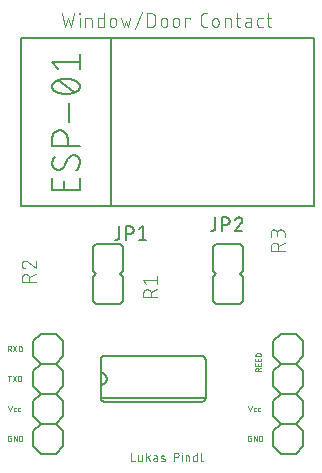
<source format=gbr>
G04 EAGLE Gerber RS-274X export*
G75*
%MOMM*%
%FSLAX34Y34*%
%LPD*%
%INSilkscreen Top*%
%IPPOS*%
%AMOC8*
5,1,8,0,0,1.08239X$1,22.5*%
G01*
%ADD10C,0.050800*%
%ADD11C,0.101600*%
%ADD12C,0.076200*%
%ADD13C,0.152400*%
%ADD14C,0.127000*%
%ADD15C,0.203200*%


D10*
X4064Y99314D02*
X4064Y103806D01*
X5312Y103806D01*
X5381Y103804D01*
X5449Y103798D01*
X5517Y103789D01*
X5585Y103776D01*
X5652Y103759D01*
X5717Y103738D01*
X5782Y103714D01*
X5845Y103687D01*
X5906Y103656D01*
X5966Y103621D01*
X6023Y103584D01*
X6079Y103543D01*
X6132Y103499D01*
X6182Y103453D01*
X6230Y103403D01*
X6275Y103351D01*
X6318Y103297D01*
X6357Y103241D01*
X6393Y103182D01*
X6426Y103122D01*
X6455Y103059D01*
X6481Y102996D01*
X6503Y102931D01*
X6522Y102864D01*
X6537Y102797D01*
X6548Y102729D01*
X6556Y102661D01*
X6560Y102592D01*
X6560Y102524D01*
X6556Y102455D01*
X6548Y102387D01*
X6537Y102319D01*
X6522Y102252D01*
X6503Y102185D01*
X6481Y102120D01*
X6455Y102057D01*
X6426Y101994D01*
X6393Y101934D01*
X6357Y101875D01*
X6318Y101819D01*
X6275Y101765D01*
X6230Y101713D01*
X6182Y101663D01*
X6132Y101617D01*
X6079Y101573D01*
X6023Y101532D01*
X5966Y101495D01*
X5906Y101460D01*
X5845Y101429D01*
X5782Y101402D01*
X5717Y101378D01*
X5652Y101357D01*
X5585Y101340D01*
X5517Y101327D01*
X5449Y101318D01*
X5381Y101312D01*
X5312Y101310D01*
X4064Y101310D01*
X5561Y101310D02*
X6560Y99314D01*
X8282Y99314D02*
X11276Y103806D01*
X8282Y103806D02*
X11276Y99314D01*
X13181Y99314D02*
X13181Y103806D01*
X14429Y103806D01*
X14497Y103804D01*
X14564Y103799D01*
X14631Y103790D01*
X14697Y103777D01*
X14763Y103761D01*
X14827Y103741D01*
X14891Y103717D01*
X14953Y103691D01*
X15014Y103661D01*
X15072Y103627D01*
X15129Y103591D01*
X15184Y103552D01*
X15237Y103509D01*
X15287Y103464D01*
X15335Y103416D01*
X15380Y103366D01*
X15423Y103313D01*
X15462Y103258D01*
X15498Y103201D01*
X15532Y103143D01*
X15562Y103082D01*
X15588Y103020D01*
X15612Y102956D01*
X15632Y102892D01*
X15648Y102826D01*
X15661Y102760D01*
X15670Y102693D01*
X15675Y102626D01*
X15677Y102558D01*
X15677Y100562D01*
X15675Y100494D01*
X15670Y100427D01*
X15661Y100360D01*
X15648Y100294D01*
X15632Y100228D01*
X15612Y100164D01*
X15588Y100100D01*
X15562Y100038D01*
X15532Y99977D01*
X15498Y99919D01*
X15462Y99862D01*
X15423Y99807D01*
X15380Y99754D01*
X15335Y99704D01*
X15287Y99656D01*
X15237Y99611D01*
X15184Y99568D01*
X15129Y99529D01*
X15072Y99493D01*
X15014Y99459D01*
X14953Y99429D01*
X14891Y99403D01*
X14827Y99379D01*
X14763Y99359D01*
X14697Y99343D01*
X14631Y99330D01*
X14564Y99321D01*
X14497Y99316D01*
X14429Y99314D01*
X13181Y99314D01*
X5312Y78406D02*
X5312Y73914D01*
X4064Y78406D02*
X6560Y78406D01*
X11009Y78406D02*
X8014Y73914D01*
X11009Y73914D02*
X8014Y78406D01*
X12914Y78406D02*
X12914Y73914D01*
X12914Y78406D02*
X14162Y78406D01*
X14230Y78404D01*
X14297Y78399D01*
X14364Y78390D01*
X14430Y78377D01*
X14496Y78361D01*
X14560Y78341D01*
X14624Y78317D01*
X14686Y78291D01*
X14747Y78261D01*
X14805Y78227D01*
X14862Y78191D01*
X14917Y78152D01*
X14970Y78109D01*
X15020Y78064D01*
X15068Y78016D01*
X15113Y77966D01*
X15156Y77913D01*
X15195Y77858D01*
X15231Y77801D01*
X15265Y77743D01*
X15295Y77682D01*
X15321Y77620D01*
X15345Y77556D01*
X15365Y77492D01*
X15381Y77426D01*
X15394Y77360D01*
X15403Y77293D01*
X15408Y77226D01*
X15410Y77158D01*
X15409Y77158D02*
X15409Y75162D01*
X15410Y75162D02*
X15408Y75094D01*
X15403Y75027D01*
X15394Y74960D01*
X15381Y74894D01*
X15365Y74828D01*
X15345Y74764D01*
X15321Y74700D01*
X15295Y74638D01*
X15265Y74577D01*
X15231Y74519D01*
X15195Y74462D01*
X15156Y74407D01*
X15113Y74354D01*
X15068Y74304D01*
X15020Y74256D01*
X14970Y74211D01*
X14917Y74168D01*
X14862Y74129D01*
X14805Y74093D01*
X14747Y74059D01*
X14686Y74029D01*
X14624Y74003D01*
X14560Y73979D01*
X14496Y73959D01*
X14430Y73943D01*
X14364Y73930D01*
X14297Y73921D01*
X14230Y73916D01*
X14162Y73914D01*
X12914Y73914D01*
X4064Y53006D02*
X5561Y48514D01*
X7059Y53006D01*
X9518Y48514D02*
X10516Y48514D01*
X9518Y48514D02*
X9465Y48516D01*
X9411Y48522D01*
X9359Y48531D01*
X9307Y48544D01*
X9256Y48561D01*
X9207Y48582D01*
X9159Y48606D01*
X9113Y48633D01*
X9069Y48663D01*
X9028Y48697D01*
X8988Y48733D01*
X8952Y48773D01*
X8918Y48814D01*
X8888Y48858D01*
X8861Y48904D01*
X8837Y48952D01*
X8816Y49001D01*
X8799Y49052D01*
X8786Y49104D01*
X8777Y49156D01*
X8771Y49210D01*
X8769Y49263D01*
X8769Y50760D01*
X8771Y50813D01*
X8777Y50867D01*
X8786Y50919D01*
X8799Y50971D01*
X8816Y51022D01*
X8837Y51071D01*
X8861Y51119D01*
X8888Y51165D01*
X8918Y51209D01*
X8952Y51251D01*
X8988Y51290D01*
X9028Y51326D01*
X9069Y51360D01*
X9113Y51390D01*
X9159Y51417D01*
X9207Y51441D01*
X9256Y51462D01*
X9307Y51479D01*
X9359Y51492D01*
X9411Y51501D01*
X9465Y51507D01*
X9518Y51509D01*
X10516Y51509D01*
X12968Y48514D02*
X13966Y48514D01*
X12968Y48514D02*
X12915Y48516D01*
X12861Y48522D01*
X12809Y48531D01*
X12757Y48544D01*
X12706Y48561D01*
X12657Y48582D01*
X12609Y48606D01*
X12563Y48633D01*
X12519Y48663D01*
X12478Y48697D01*
X12438Y48733D01*
X12402Y48773D01*
X12368Y48814D01*
X12338Y48858D01*
X12311Y48904D01*
X12287Y48952D01*
X12266Y49001D01*
X12249Y49052D01*
X12236Y49104D01*
X12227Y49156D01*
X12221Y49210D01*
X12219Y49263D01*
X12219Y50760D01*
X12221Y50813D01*
X12227Y50867D01*
X12236Y50919D01*
X12249Y50971D01*
X12266Y51022D01*
X12287Y51071D01*
X12311Y51119D01*
X12338Y51165D01*
X12368Y51209D01*
X12402Y51251D01*
X12438Y51290D01*
X12478Y51326D01*
X12519Y51360D01*
X12563Y51390D01*
X12609Y51417D01*
X12657Y51441D01*
X12706Y51462D01*
X12757Y51479D01*
X12809Y51492D01*
X12861Y51501D01*
X12915Y51507D01*
X12968Y51509D01*
X13966Y51509D01*
X6560Y25610D02*
X5811Y25610D01*
X6560Y25610D02*
X6560Y23114D01*
X5062Y23114D01*
X5002Y23116D01*
X4942Y23121D01*
X4882Y23130D01*
X4823Y23143D01*
X4765Y23159D01*
X4708Y23179D01*
X4652Y23202D01*
X4598Y23228D01*
X4546Y23258D01*
X4495Y23291D01*
X4447Y23326D01*
X4400Y23365D01*
X4356Y23406D01*
X4315Y23450D01*
X4276Y23497D01*
X4241Y23545D01*
X4208Y23596D01*
X4178Y23648D01*
X4152Y23702D01*
X4129Y23758D01*
X4109Y23815D01*
X4093Y23873D01*
X4080Y23932D01*
X4071Y23992D01*
X4066Y24052D01*
X4064Y24112D01*
X4064Y26608D01*
X4066Y26671D01*
X4072Y26733D01*
X4082Y26795D01*
X4095Y26856D01*
X4113Y26916D01*
X4134Y26975D01*
X4159Y27033D01*
X4187Y27089D01*
X4219Y27143D01*
X4255Y27195D01*
X4293Y27244D01*
X4334Y27291D01*
X4379Y27335D01*
X4426Y27377D01*
X4475Y27415D01*
X4527Y27451D01*
X4581Y27483D01*
X4637Y27511D01*
X4695Y27536D01*
X4754Y27557D01*
X4814Y27575D01*
X4875Y27588D01*
X4937Y27598D01*
X4999Y27604D01*
X5062Y27606D01*
X6560Y27606D01*
X8864Y27606D02*
X8864Y23114D01*
X11360Y23114D02*
X8864Y27606D01*
X11360Y27606D02*
X11360Y23114D01*
X13664Y23114D02*
X13664Y27606D01*
X14912Y27606D01*
X14980Y27604D01*
X15047Y27599D01*
X15114Y27590D01*
X15180Y27577D01*
X15246Y27561D01*
X15310Y27541D01*
X15374Y27517D01*
X15436Y27491D01*
X15497Y27461D01*
X15555Y27427D01*
X15612Y27391D01*
X15667Y27352D01*
X15720Y27309D01*
X15770Y27264D01*
X15818Y27216D01*
X15863Y27166D01*
X15906Y27113D01*
X15945Y27058D01*
X15981Y27001D01*
X16015Y26943D01*
X16045Y26882D01*
X16071Y26820D01*
X16095Y26756D01*
X16115Y26692D01*
X16131Y26626D01*
X16144Y26560D01*
X16153Y26493D01*
X16158Y26426D01*
X16160Y26358D01*
X16159Y26358D02*
X16159Y24362D01*
X16160Y24362D02*
X16158Y24294D01*
X16153Y24227D01*
X16144Y24160D01*
X16131Y24094D01*
X16115Y24028D01*
X16095Y23964D01*
X16071Y23900D01*
X16045Y23838D01*
X16015Y23777D01*
X15981Y23719D01*
X15945Y23662D01*
X15906Y23607D01*
X15863Y23554D01*
X15818Y23504D01*
X15770Y23456D01*
X15720Y23411D01*
X15667Y23368D01*
X15612Y23329D01*
X15555Y23293D01*
X15497Y23259D01*
X15436Y23229D01*
X15374Y23203D01*
X15310Y23179D01*
X15246Y23159D01*
X15180Y23143D01*
X15114Y23130D01*
X15047Y23121D01*
X14980Y23116D01*
X14912Y23114D01*
X13664Y23114D01*
X209011Y25610D02*
X209760Y25610D01*
X209760Y23114D01*
X208262Y23114D01*
X208202Y23116D01*
X208142Y23121D01*
X208082Y23130D01*
X208023Y23143D01*
X207965Y23159D01*
X207908Y23179D01*
X207852Y23202D01*
X207798Y23228D01*
X207746Y23258D01*
X207695Y23291D01*
X207647Y23326D01*
X207600Y23365D01*
X207556Y23406D01*
X207515Y23450D01*
X207476Y23497D01*
X207441Y23545D01*
X207408Y23596D01*
X207378Y23648D01*
X207352Y23702D01*
X207329Y23758D01*
X207309Y23815D01*
X207293Y23873D01*
X207280Y23932D01*
X207271Y23992D01*
X207266Y24052D01*
X207264Y24112D01*
X207264Y26608D01*
X207266Y26671D01*
X207272Y26733D01*
X207282Y26795D01*
X207295Y26856D01*
X207313Y26916D01*
X207334Y26975D01*
X207359Y27033D01*
X207387Y27089D01*
X207419Y27143D01*
X207455Y27195D01*
X207493Y27244D01*
X207534Y27291D01*
X207579Y27335D01*
X207626Y27377D01*
X207675Y27415D01*
X207727Y27451D01*
X207781Y27483D01*
X207837Y27511D01*
X207895Y27536D01*
X207954Y27557D01*
X208014Y27575D01*
X208075Y27588D01*
X208137Y27598D01*
X208199Y27604D01*
X208262Y27606D01*
X209760Y27606D01*
X212064Y27606D02*
X212064Y23114D01*
X214560Y23114D02*
X212064Y27606D01*
X214560Y27606D02*
X214560Y23114D01*
X216864Y23114D02*
X216864Y27606D01*
X218112Y27606D01*
X218180Y27604D01*
X218247Y27599D01*
X218314Y27590D01*
X218380Y27577D01*
X218446Y27561D01*
X218510Y27541D01*
X218574Y27517D01*
X218636Y27491D01*
X218697Y27461D01*
X218755Y27427D01*
X218812Y27391D01*
X218867Y27352D01*
X218920Y27309D01*
X218970Y27264D01*
X219018Y27216D01*
X219063Y27166D01*
X219106Y27113D01*
X219145Y27058D01*
X219181Y27001D01*
X219215Y26943D01*
X219245Y26882D01*
X219271Y26820D01*
X219295Y26756D01*
X219315Y26692D01*
X219331Y26626D01*
X219344Y26560D01*
X219353Y26493D01*
X219358Y26426D01*
X219360Y26358D01*
X219359Y26358D02*
X219359Y24362D01*
X219360Y24362D02*
X219358Y24294D01*
X219353Y24227D01*
X219344Y24160D01*
X219331Y24094D01*
X219315Y24028D01*
X219295Y23964D01*
X219271Y23900D01*
X219245Y23838D01*
X219215Y23777D01*
X219181Y23719D01*
X219145Y23662D01*
X219106Y23607D01*
X219063Y23554D01*
X219018Y23504D01*
X218970Y23456D01*
X218920Y23411D01*
X218867Y23368D01*
X218812Y23329D01*
X218755Y23293D01*
X218697Y23259D01*
X218636Y23229D01*
X218574Y23203D01*
X218510Y23179D01*
X218446Y23159D01*
X218380Y23143D01*
X218314Y23130D01*
X218247Y23121D01*
X218180Y23116D01*
X218112Y23114D01*
X216864Y23114D01*
X208761Y48514D02*
X207264Y53006D01*
X210259Y53006D02*
X208761Y48514D01*
X212718Y48514D02*
X213716Y48514D01*
X212718Y48514D02*
X212665Y48516D01*
X212611Y48522D01*
X212559Y48531D01*
X212507Y48544D01*
X212456Y48561D01*
X212407Y48582D01*
X212359Y48606D01*
X212313Y48633D01*
X212269Y48663D01*
X212228Y48697D01*
X212188Y48733D01*
X212152Y48773D01*
X212118Y48814D01*
X212088Y48858D01*
X212061Y48904D01*
X212037Y48952D01*
X212016Y49001D01*
X211999Y49052D01*
X211986Y49104D01*
X211977Y49156D01*
X211971Y49210D01*
X211969Y49263D01*
X211969Y50760D01*
X211971Y50813D01*
X211977Y50867D01*
X211986Y50919D01*
X211999Y50971D01*
X212016Y51022D01*
X212037Y51071D01*
X212061Y51119D01*
X212088Y51165D01*
X212118Y51209D01*
X212152Y51251D01*
X212188Y51290D01*
X212228Y51326D01*
X212269Y51360D01*
X212313Y51390D01*
X212359Y51417D01*
X212407Y51441D01*
X212456Y51462D01*
X212507Y51479D01*
X212559Y51492D01*
X212611Y51501D01*
X212665Y51507D01*
X212718Y51509D01*
X213716Y51509D01*
X216168Y48514D02*
X217166Y48514D01*
X216168Y48514D02*
X216115Y48516D01*
X216061Y48522D01*
X216009Y48531D01*
X215957Y48544D01*
X215906Y48561D01*
X215857Y48582D01*
X215809Y48606D01*
X215763Y48633D01*
X215719Y48663D01*
X215678Y48697D01*
X215638Y48733D01*
X215602Y48773D01*
X215568Y48814D01*
X215538Y48858D01*
X215511Y48904D01*
X215487Y48952D01*
X215466Y49001D01*
X215449Y49052D01*
X215436Y49104D01*
X215427Y49156D01*
X215421Y49210D01*
X215419Y49263D01*
X215419Y50760D01*
X215421Y50813D01*
X215427Y50867D01*
X215436Y50919D01*
X215449Y50971D01*
X215466Y51022D01*
X215487Y51071D01*
X215511Y51119D01*
X215538Y51165D01*
X215568Y51209D01*
X215602Y51251D01*
X215638Y51290D01*
X215678Y51326D01*
X215719Y51360D01*
X215763Y51390D01*
X215809Y51417D01*
X215857Y51441D01*
X215906Y51462D01*
X215957Y51479D01*
X216009Y51492D01*
X216061Y51501D01*
X216115Y51507D01*
X216168Y51509D01*
X217166Y51509D01*
X218106Y82623D02*
X213614Y82623D01*
X213614Y83871D01*
X213616Y83940D01*
X213622Y84008D01*
X213631Y84076D01*
X213644Y84144D01*
X213661Y84211D01*
X213682Y84276D01*
X213706Y84341D01*
X213733Y84404D01*
X213764Y84465D01*
X213799Y84525D01*
X213836Y84582D01*
X213877Y84638D01*
X213921Y84691D01*
X213967Y84741D01*
X214017Y84789D01*
X214069Y84834D01*
X214123Y84877D01*
X214179Y84916D01*
X214238Y84952D01*
X214298Y84985D01*
X214361Y85014D01*
X214424Y85040D01*
X214489Y85062D01*
X214556Y85081D01*
X214623Y85096D01*
X214691Y85107D01*
X214759Y85115D01*
X214828Y85119D01*
X214896Y85119D01*
X214965Y85115D01*
X215033Y85107D01*
X215101Y85096D01*
X215168Y85081D01*
X215235Y85062D01*
X215300Y85040D01*
X215363Y85014D01*
X215426Y84985D01*
X215486Y84952D01*
X215545Y84916D01*
X215601Y84877D01*
X215655Y84834D01*
X215707Y84789D01*
X215757Y84741D01*
X215803Y84691D01*
X215847Y84638D01*
X215888Y84582D01*
X215925Y84525D01*
X215960Y84465D01*
X215991Y84404D01*
X216018Y84341D01*
X216042Y84276D01*
X216063Y84211D01*
X216080Y84144D01*
X216093Y84076D01*
X216102Y84008D01*
X216108Y83940D01*
X216110Y83871D01*
X216110Y82623D01*
X216110Y84121D02*
X218106Y85119D01*
X218106Y87251D02*
X218106Y89247D01*
X218106Y87251D02*
X213614Y87251D01*
X213614Y89247D01*
X215610Y88748D02*
X215610Y87251D01*
X218106Y91151D02*
X218106Y93147D01*
X218106Y91151D02*
X213614Y91151D01*
X213614Y93147D01*
X215610Y92648D02*
X215610Y91151D01*
X213614Y95040D02*
X218106Y95040D01*
X213614Y95040D02*
X213614Y96288D01*
X213616Y96356D01*
X213621Y96423D01*
X213630Y96490D01*
X213643Y96556D01*
X213659Y96622D01*
X213679Y96686D01*
X213703Y96750D01*
X213729Y96812D01*
X213759Y96873D01*
X213793Y96931D01*
X213829Y96988D01*
X213868Y97043D01*
X213911Y97096D01*
X213956Y97146D01*
X214004Y97194D01*
X214054Y97239D01*
X214107Y97282D01*
X214162Y97321D01*
X214219Y97357D01*
X214277Y97391D01*
X214338Y97421D01*
X214400Y97447D01*
X214464Y97471D01*
X214528Y97491D01*
X214594Y97507D01*
X214660Y97520D01*
X214727Y97529D01*
X214794Y97534D01*
X214862Y97536D01*
X216858Y97536D01*
X216926Y97534D01*
X216993Y97529D01*
X217060Y97520D01*
X217126Y97507D01*
X217192Y97491D01*
X217256Y97471D01*
X217320Y97447D01*
X217382Y97421D01*
X217443Y97391D01*
X217501Y97357D01*
X217558Y97321D01*
X217613Y97282D01*
X217666Y97239D01*
X217716Y97194D01*
X217764Y97146D01*
X217809Y97096D01*
X217852Y97043D01*
X217891Y96988D01*
X217927Y96931D01*
X217961Y96873D01*
X217991Y96812D01*
X218017Y96750D01*
X218041Y96686D01*
X218061Y96622D01*
X218077Y96556D01*
X218090Y96490D01*
X218099Y96423D01*
X218104Y96356D01*
X218106Y96288D01*
X218106Y95040D01*
D11*
X52540Y373888D02*
X49943Y385572D01*
X55136Y381677D02*
X52540Y373888D01*
X57733Y373888D02*
X55136Y381677D01*
X60329Y385572D02*
X57733Y373888D01*
X64661Y373888D02*
X64661Y381677D01*
X64337Y384923D02*
X64337Y385572D01*
X64986Y385572D01*
X64986Y384923D01*
X64337Y384923D01*
X69685Y381677D02*
X69685Y373888D01*
X69685Y381677D02*
X72930Y381677D01*
X73017Y381675D01*
X73105Y381669D01*
X73191Y381659D01*
X73278Y381646D01*
X73363Y381628D01*
X73448Y381607D01*
X73532Y381582D01*
X73614Y381553D01*
X73695Y381520D01*
X73775Y381484D01*
X73853Y381445D01*
X73929Y381401D01*
X74003Y381355D01*
X74074Y381305D01*
X74144Y381252D01*
X74211Y381196D01*
X74275Y381137D01*
X74337Y381076D01*
X74396Y381011D01*
X74452Y380944D01*
X74505Y380874D01*
X74555Y380803D01*
X74601Y380729D01*
X74645Y380653D01*
X74684Y380575D01*
X74720Y380495D01*
X74753Y380414D01*
X74782Y380332D01*
X74807Y380248D01*
X74828Y380163D01*
X74846Y380078D01*
X74859Y379991D01*
X74869Y379905D01*
X74875Y379817D01*
X74877Y379730D01*
X74877Y373888D01*
X85106Y373888D02*
X85106Y385572D01*
X85106Y373888D02*
X81860Y373888D01*
X81773Y373890D01*
X81685Y373896D01*
X81599Y373906D01*
X81512Y373919D01*
X81427Y373937D01*
X81342Y373958D01*
X81258Y373983D01*
X81176Y374012D01*
X81095Y374045D01*
X81015Y374081D01*
X80937Y374120D01*
X80861Y374164D01*
X80787Y374210D01*
X80716Y374260D01*
X80646Y374313D01*
X80579Y374369D01*
X80515Y374428D01*
X80453Y374490D01*
X80394Y374554D01*
X80338Y374621D01*
X80285Y374691D01*
X80235Y374762D01*
X80189Y374836D01*
X80145Y374912D01*
X80106Y374990D01*
X80070Y375070D01*
X80037Y375151D01*
X80008Y375233D01*
X79983Y375317D01*
X79962Y375402D01*
X79944Y375487D01*
X79931Y375574D01*
X79921Y375660D01*
X79915Y375748D01*
X79913Y375835D01*
X79913Y379730D01*
X79915Y379817D01*
X79921Y379905D01*
X79931Y379991D01*
X79944Y380078D01*
X79962Y380163D01*
X79983Y380248D01*
X80008Y380332D01*
X80037Y380414D01*
X80070Y380495D01*
X80106Y380575D01*
X80145Y380653D01*
X80189Y380729D01*
X80235Y380803D01*
X80285Y380874D01*
X80338Y380944D01*
X80394Y381011D01*
X80453Y381075D01*
X80515Y381137D01*
X80579Y381196D01*
X80646Y381252D01*
X80716Y381305D01*
X80787Y381355D01*
X80861Y381401D01*
X80937Y381445D01*
X81015Y381484D01*
X81095Y381520D01*
X81176Y381553D01*
X81258Y381582D01*
X81342Y381607D01*
X81427Y381628D01*
X81512Y381646D01*
X81599Y381659D01*
X81685Y381669D01*
X81773Y381675D01*
X81860Y381677D01*
X85106Y381677D01*
X90259Y379081D02*
X90259Y376484D01*
X90259Y379081D02*
X90261Y379182D01*
X90267Y379282D01*
X90277Y379382D01*
X90290Y379482D01*
X90308Y379581D01*
X90329Y379680D01*
X90354Y379777D01*
X90383Y379874D01*
X90416Y379969D01*
X90452Y380063D01*
X90492Y380155D01*
X90535Y380246D01*
X90582Y380335D01*
X90632Y380422D01*
X90686Y380508D01*
X90743Y380591D01*
X90803Y380671D01*
X90866Y380750D01*
X90933Y380826D01*
X91002Y380899D01*
X91074Y380969D01*
X91148Y381037D01*
X91225Y381102D01*
X91305Y381163D01*
X91387Y381222D01*
X91471Y381277D01*
X91557Y381329D01*
X91645Y381378D01*
X91735Y381423D01*
X91827Y381465D01*
X91920Y381503D01*
X92015Y381537D01*
X92110Y381568D01*
X92207Y381595D01*
X92305Y381618D01*
X92404Y381638D01*
X92504Y381653D01*
X92604Y381665D01*
X92704Y381673D01*
X92805Y381677D01*
X92905Y381677D01*
X93006Y381673D01*
X93106Y381665D01*
X93206Y381653D01*
X93306Y381638D01*
X93405Y381618D01*
X93503Y381595D01*
X93600Y381568D01*
X93695Y381537D01*
X93790Y381503D01*
X93883Y381465D01*
X93975Y381423D01*
X94065Y381378D01*
X94153Y381329D01*
X94239Y381277D01*
X94323Y381222D01*
X94405Y381163D01*
X94485Y381102D01*
X94562Y381037D01*
X94636Y380969D01*
X94708Y380899D01*
X94777Y380826D01*
X94844Y380750D01*
X94907Y380671D01*
X94967Y380591D01*
X95024Y380508D01*
X95078Y380422D01*
X95128Y380335D01*
X95175Y380246D01*
X95218Y380155D01*
X95258Y380063D01*
X95294Y379969D01*
X95327Y379874D01*
X95356Y379777D01*
X95381Y379680D01*
X95402Y379581D01*
X95420Y379482D01*
X95433Y379382D01*
X95443Y379282D01*
X95449Y379182D01*
X95451Y379081D01*
X95451Y376484D01*
X95449Y376383D01*
X95443Y376283D01*
X95433Y376183D01*
X95420Y376083D01*
X95402Y375984D01*
X95381Y375885D01*
X95356Y375788D01*
X95327Y375691D01*
X95294Y375596D01*
X95258Y375502D01*
X95218Y375410D01*
X95175Y375319D01*
X95128Y375230D01*
X95078Y375143D01*
X95024Y375057D01*
X94967Y374974D01*
X94907Y374894D01*
X94844Y374815D01*
X94777Y374739D01*
X94708Y374666D01*
X94636Y374596D01*
X94562Y374528D01*
X94485Y374463D01*
X94405Y374402D01*
X94323Y374343D01*
X94239Y374288D01*
X94153Y374236D01*
X94065Y374187D01*
X93975Y374142D01*
X93883Y374100D01*
X93790Y374062D01*
X93695Y374028D01*
X93600Y373997D01*
X93503Y373970D01*
X93405Y373947D01*
X93306Y373927D01*
X93206Y373912D01*
X93106Y373900D01*
X93006Y373892D01*
X92905Y373888D01*
X92805Y373888D01*
X92704Y373892D01*
X92604Y373900D01*
X92504Y373912D01*
X92404Y373927D01*
X92305Y373947D01*
X92207Y373970D01*
X92110Y373997D01*
X92015Y374028D01*
X91920Y374062D01*
X91827Y374100D01*
X91735Y374142D01*
X91645Y374187D01*
X91557Y374236D01*
X91471Y374288D01*
X91387Y374343D01*
X91305Y374402D01*
X91225Y374463D01*
X91148Y374528D01*
X91074Y374596D01*
X91002Y374666D01*
X90933Y374739D01*
X90866Y374815D01*
X90803Y374894D01*
X90743Y374974D01*
X90686Y375057D01*
X90632Y375143D01*
X90582Y375230D01*
X90535Y375319D01*
X90492Y375410D01*
X90452Y375502D01*
X90416Y375596D01*
X90383Y375691D01*
X90354Y375788D01*
X90329Y375885D01*
X90308Y375984D01*
X90290Y376083D01*
X90277Y376183D01*
X90267Y376283D01*
X90261Y376383D01*
X90259Y376484D01*
X100009Y381677D02*
X101957Y373888D01*
X103904Y379081D01*
X105851Y373888D01*
X107799Y381677D01*
X111976Y372590D02*
X117168Y386870D01*
X121994Y385572D02*
X121994Y373888D01*
X121994Y385572D02*
X125240Y385572D01*
X125353Y385570D01*
X125466Y385564D01*
X125579Y385554D01*
X125692Y385540D01*
X125804Y385523D01*
X125915Y385501D01*
X126025Y385476D01*
X126135Y385446D01*
X126243Y385413D01*
X126350Y385376D01*
X126456Y385336D01*
X126560Y385291D01*
X126663Y385243D01*
X126764Y385192D01*
X126863Y385137D01*
X126960Y385079D01*
X127055Y385017D01*
X127148Y384952D01*
X127238Y384884D01*
X127326Y384813D01*
X127412Y384738D01*
X127495Y384661D01*
X127575Y384581D01*
X127652Y384498D01*
X127727Y384412D01*
X127798Y384324D01*
X127866Y384234D01*
X127931Y384141D01*
X127993Y384046D01*
X128051Y383949D01*
X128106Y383850D01*
X128157Y383749D01*
X128205Y383646D01*
X128250Y383542D01*
X128290Y383436D01*
X128327Y383329D01*
X128360Y383221D01*
X128390Y383111D01*
X128415Y383001D01*
X128437Y382890D01*
X128454Y382778D01*
X128468Y382665D01*
X128478Y382552D01*
X128484Y382439D01*
X128486Y382326D01*
X128486Y377134D01*
X128484Y377021D01*
X128478Y376908D01*
X128468Y376795D01*
X128454Y376682D01*
X128437Y376570D01*
X128415Y376459D01*
X128390Y376349D01*
X128360Y376239D01*
X128327Y376131D01*
X128290Y376024D01*
X128250Y375918D01*
X128205Y375814D01*
X128157Y375711D01*
X128106Y375610D01*
X128051Y375511D01*
X127993Y375414D01*
X127931Y375319D01*
X127866Y375226D01*
X127798Y375136D01*
X127727Y375048D01*
X127652Y374962D01*
X127575Y374879D01*
X127495Y374799D01*
X127412Y374722D01*
X127326Y374647D01*
X127238Y374576D01*
X127148Y374508D01*
X127055Y374443D01*
X126960Y374381D01*
X126863Y374323D01*
X126764Y374268D01*
X126663Y374217D01*
X126560Y374169D01*
X126456Y374124D01*
X126350Y374084D01*
X126243Y374047D01*
X126135Y374014D01*
X126025Y373984D01*
X125915Y373959D01*
X125804Y373937D01*
X125692Y373920D01*
X125579Y373906D01*
X125466Y373896D01*
X125353Y373890D01*
X125240Y373888D01*
X121994Y373888D01*
X133693Y376484D02*
X133693Y379081D01*
X133695Y379182D01*
X133701Y379282D01*
X133711Y379382D01*
X133724Y379482D01*
X133742Y379581D01*
X133763Y379680D01*
X133788Y379777D01*
X133817Y379874D01*
X133850Y379969D01*
X133886Y380063D01*
X133926Y380155D01*
X133969Y380246D01*
X134016Y380335D01*
X134066Y380422D01*
X134120Y380508D01*
X134177Y380591D01*
X134237Y380671D01*
X134300Y380750D01*
X134367Y380826D01*
X134436Y380899D01*
X134508Y380969D01*
X134582Y381037D01*
X134659Y381102D01*
X134739Y381163D01*
X134821Y381222D01*
X134905Y381277D01*
X134991Y381329D01*
X135079Y381378D01*
X135169Y381423D01*
X135261Y381465D01*
X135354Y381503D01*
X135449Y381537D01*
X135544Y381568D01*
X135641Y381595D01*
X135739Y381618D01*
X135838Y381638D01*
X135938Y381653D01*
X136038Y381665D01*
X136138Y381673D01*
X136239Y381677D01*
X136339Y381677D01*
X136440Y381673D01*
X136540Y381665D01*
X136640Y381653D01*
X136740Y381638D01*
X136839Y381618D01*
X136937Y381595D01*
X137034Y381568D01*
X137129Y381537D01*
X137224Y381503D01*
X137317Y381465D01*
X137409Y381423D01*
X137499Y381378D01*
X137587Y381329D01*
X137673Y381277D01*
X137757Y381222D01*
X137839Y381163D01*
X137919Y381102D01*
X137996Y381037D01*
X138070Y380969D01*
X138142Y380899D01*
X138211Y380826D01*
X138278Y380750D01*
X138341Y380671D01*
X138401Y380591D01*
X138458Y380508D01*
X138512Y380422D01*
X138562Y380335D01*
X138609Y380246D01*
X138652Y380155D01*
X138692Y380063D01*
X138728Y379969D01*
X138761Y379874D01*
X138790Y379777D01*
X138815Y379680D01*
X138836Y379581D01*
X138854Y379482D01*
X138867Y379382D01*
X138877Y379282D01*
X138883Y379182D01*
X138885Y379081D01*
X138885Y376484D01*
X138883Y376383D01*
X138877Y376283D01*
X138867Y376183D01*
X138854Y376083D01*
X138836Y375984D01*
X138815Y375885D01*
X138790Y375788D01*
X138761Y375691D01*
X138728Y375596D01*
X138692Y375502D01*
X138652Y375410D01*
X138609Y375319D01*
X138562Y375230D01*
X138512Y375143D01*
X138458Y375057D01*
X138401Y374974D01*
X138341Y374894D01*
X138278Y374815D01*
X138211Y374739D01*
X138142Y374666D01*
X138070Y374596D01*
X137996Y374528D01*
X137919Y374463D01*
X137839Y374402D01*
X137757Y374343D01*
X137673Y374288D01*
X137587Y374236D01*
X137499Y374187D01*
X137409Y374142D01*
X137317Y374100D01*
X137224Y374062D01*
X137129Y374028D01*
X137034Y373997D01*
X136937Y373970D01*
X136839Y373947D01*
X136740Y373927D01*
X136640Y373912D01*
X136540Y373900D01*
X136440Y373892D01*
X136339Y373888D01*
X136239Y373888D01*
X136138Y373892D01*
X136038Y373900D01*
X135938Y373912D01*
X135838Y373927D01*
X135739Y373947D01*
X135641Y373970D01*
X135544Y373997D01*
X135449Y374028D01*
X135354Y374062D01*
X135261Y374100D01*
X135169Y374142D01*
X135079Y374187D01*
X134991Y374236D01*
X134905Y374288D01*
X134821Y374343D01*
X134739Y374402D01*
X134659Y374463D01*
X134582Y374528D01*
X134508Y374596D01*
X134436Y374666D01*
X134367Y374739D01*
X134300Y374815D01*
X134237Y374894D01*
X134177Y374974D01*
X134120Y375057D01*
X134066Y375143D01*
X134016Y375230D01*
X133969Y375319D01*
X133926Y375410D01*
X133886Y375502D01*
X133850Y375596D01*
X133817Y375691D01*
X133788Y375788D01*
X133763Y375885D01*
X133742Y375984D01*
X133724Y376083D01*
X133711Y376183D01*
X133701Y376283D01*
X133695Y376383D01*
X133693Y376484D01*
X143599Y376484D02*
X143599Y379081D01*
X143601Y379182D01*
X143607Y379282D01*
X143617Y379382D01*
X143630Y379482D01*
X143648Y379581D01*
X143669Y379680D01*
X143694Y379777D01*
X143723Y379874D01*
X143756Y379969D01*
X143792Y380063D01*
X143832Y380155D01*
X143875Y380246D01*
X143922Y380335D01*
X143972Y380422D01*
X144026Y380508D01*
X144083Y380591D01*
X144143Y380671D01*
X144206Y380750D01*
X144273Y380826D01*
X144342Y380899D01*
X144414Y380969D01*
X144488Y381037D01*
X144565Y381102D01*
X144645Y381163D01*
X144727Y381222D01*
X144811Y381277D01*
X144897Y381329D01*
X144985Y381378D01*
X145075Y381423D01*
X145167Y381465D01*
X145260Y381503D01*
X145355Y381537D01*
X145450Y381568D01*
X145547Y381595D01*
X145645Y381618D01*
X145744Y381638D01*
X145844Y381653D01*
X145944Y381665D01*
X146044Y381673D01*
X146145Y381677D01*
X146245Y381677D01*
X146346Y381673D01*
X146446Y381665D01*
X146546Y381653D01*
X146646Y381638D01*
X146745Y381618D01*
X146843Y381595D01*
X146940Y381568D01*
X147035Y381537D01*
X147130Y381503D01*
X147223Y381465D01*
X147315Y381423D01*
X147405Y381378D01*
X147493Y381329D01*
X147579Y381277D01*
X147663Y381222D01*
X147745Y381163D01*
X147825Y381102D01*
X147902Y381037D01*
X147976Y380969D01*
X148048Y380899D01*
X148117Y380826D01*
X148184Y380750D01*
X148247Y380671D01*
X148307Y380591D01*
X148364Y380508D01*
X148418Y380422D01*
X148468Y380335D01*
X148515Y380246D01*
X148558Y380155D01*
X148598Y380063D01*
X148634Y379969D01*
X148667Y379874D01*
X148696Y379777D01*
X148721Y379680D01*
X148742Y379581D01*
X148760Y379482D01*
X148773Y379382D01*
X148783Y379282D01*
X148789Y379182D01*
X148791Y379081D01*
X148791Y376484D01*
X148789Y376383D01*
X148783Y376283D01*
X148773Y376183D01*
X148760Y376083D01*
X148742Y375984D01*
X148721Y375885D01*
X148696Y375788D01*
X148667Y375691D01*
X148634Y375596D01*
X148598Y375502D01*
X148558Y375410D01*
X148515Y375319D01*
X148468Y375230D01*
X148418Y375143D01*
X148364Y375057D01*
X148307Y374974D01*
X148247Y374894D01*
X148184Y374815D01*
X148117Y374739D01*
X148048Y374666D01*
X147976Y374596D01*
X147902Y374528D01*
X147825Y374463D01*
X147745Y374402D01*
X147663Y374343D01*
X147579Y374288D01*
X147493Y374236D01*
X147405Y374187D01*
X147315Y374142D01*
X147223Y374100D01*
X147130Y374062D01*
X147035Y374028D01*
X146940Y373997D01*
X146843Y373970D01*
X146745Y373947D01*
X146646Y373927D01*
X146546Y373912D01*
X146446Y373900D01*
X146346Y373892D01*
X146245Y373888D01*
X146145Y373888D01*
X146044Y373892D01*
X145944Y373900D01*
X145844Y373912D01*
X145744Y373927D01*
X145645Y373947D01*
X145547Y373970D01*
X145450Y373997D01*
X145355Y374028D01*
X145260Y374062D01*
X145167Y374100D01*
X145075Y374142D01*
X144985Y374187D01*
X144897Y374236D01*
X144811Y374288D01*
X144727Y374343D01*
X144645Y374402D01*
X144565Y374463D01*
X144488Y374528D01*
X144414Y374596D01*
X144342Y374666D01*
X144273Y374739D01*
X144206Y374815D01*
X144143Y374894D01*
X144083Y374974D01*
X144026Y375057D01*
X143972Y375143D01*
X143922Y375230D01*
X143875Y375319D01*
X143832Y375410D01*
X143792Y375502D01*
X143756Y375596D01*
X143723Y375691D01*
X143694Y375788D01*
X143669Y375885D01*
X143648Y375984D01*
X143630Y376083D01*
X143617Y376183D01*
X143607Y376283D01*
X143601Y376383D01*
X143599Y376484D01*
X153952Y373888D02*
X153952Y381677D01*
X157847Y381677D01*
X157847Y380379D01*
X170278Y373888D02*
X172874Y373888D01*
X170278Y373888D02*
X170179Y373890D01*
X170079Y373896D01*
X169980Y373905D01*
X169882Y373918D01*
X169784Y373935D01*
X169686Y373956D01*
X169590Y373981D01*
X169495Y374009D01*
X169401Y374041D01*
X169308Y374076D01*
X169216Y374115D01*
X169126Y374158D01*
X169038Y374203D01*
X168951Y374253D01*
X168867Y374305D01*
X168784Y374361D01*
X168704Y374419D01*
X168626Y374481D01*
X168551Y374546D01*
X168478Y374614D01*
X168408Y374684D01*
X168340Y374757D01*
X168275Y374832D01*
X168213Y374910D01*
X168155Y374990D01*
X168099Y375073D01*
X168047Y375157D01*
X167997Y375244D01*
X167952Y375332D01*
X167909Y375422D01*
X167870Y375514D01*
X167835Y375607D01*
X167803Y375701D01*
X167775Y375796D01*
X167750Y375892D01*
X167729Y375990D01*
X167712Y376088D01*
X167699Y376186D01*
X167690Y376285D01*
X167684Y376385D01*
X167682Y376484D01*
X167681Y376484D02*
X167681Y382976D01*
X167682Y382976D02*
X167684Y383075D01*
X167690Y383175D01*
X167699Y383274D01*
X167712Y383372D01*
X167729Y383470D01*
X167750Y383568D01*
X167775Y383664D01*
X167803Y383759D01*
X167835Y383853D01*
X167870Y383946D01*
X167909Y384038D01*
X167952Y384128D01*
X167997Y384216D01*
X168047Y384303D01*
X168099Y384387D01*
X168155Y384470D01*
X168213Y384550D01*
X168275Y384628D01*
X168340Y384703D01*
X168408Y384776D01*
X168478Y384846D01*
X168551Y384914D01*
X168626Y384979D01*
X168704Y385041D01*
X168784Y385099D01*
X168867Y385155D01*
X168951Y385207D01*
X169038Y385257D01*
X169126Y385302D01*
X169216Y385345D01*
X169308Y385384D01*
X169400Y385419D01*
X169495Y385451D01*
X169590Y385479D01*
X169686Y385504D01*
X169784Y385525D01*
X169882Y385542D01*
X169980Y385555D01*
X170079Y385564D01*
X170179Y385570D01*
X170278Y385572D01*
X172874Y385572D01*
X177127Y379081D02*
X177127Y376484D01*
X177127Y379081D02*
X177129Y379182D01*
X177135Y379282D01*
X177145Y379382D01*
X177158Y379482D01*
X177176Y379581D01*
X177197Y379680D01*
X177222Y379777D01*
X177251Y379874D01*
X177284Y379969D01*
X177320Y380063D01*
X177360Y380155D01*
X177403Y380246D01*
X177450Y380335D01*
X177500Y380422D01*
X177554Y380508D01*
X177611Y380591D01*
X177671Y380671D01*
X177734Y380750D01*
X177801Y380826D01*
X177870Y380899D01*
X177942Y380969D01*
X178016Y381037D01*
X178093Y381102D01*
X178173Y381163D01*
X178255Y381222D01*
X178339Y381277D01*
X178425Y381329D01*
X178513Y381378D01*
X178603Y381423D01*
X178695Y381465D01*
X178788Y381503D01*
X178883Y381537D01*
X178978Y381568D01*
X179075Y381595D01*
X179173Y381618D01*
X179272Y381638D01*
X179372Y381653D01*
X179472Y381665D01*
X179572Y381673D01*
X179673Y381677D01*
X179773Y381677D01*
X179874Y381673D01*
X179974Y381665D01*
X180074Y381653D01*
X180174Y381638D01*
X180273Y381618D01*
X180371Y381595D01*
X180468Y381568D01*
X180563Y381537D01*
X180658Y381503D01*
X180751Y381465D01*
X180843Y381423D01*
X180933Y381378D01*
X181021Y381329D01*
X181107Y381277D01*
X181191Y381222D01*
X181273Y381163D01*
X181353Y381102D01*
X181430Y381037D01*
X181504Y380969D01*
X181576Y380899D01*
X181645Y380826D01*
X181712Y380750D01*
X181775Y380671D01*
X181835Y380591D01*
X181892Y380508D01*
X181946Y380422D01*
X181996Y380335D01*
X182043Y380246D01*
X182086Y380155D01*
X182126Y380063D01*
X182162Y379969D01*
X182195Y379874D01*
X182224Y379777D01*
X182249Y379680D01*
X182270Y379581D01*
X182288Y379482D01*
X182301Y379382D01*
X182311Y379282D01*
X182317Y379182D01*
X182319Y379081D01*
X182319Y376484D01*
X182317Y376383D01*
X182311Y376283D01*
X182301Y376183D01*
X182288Y376083D01*
X182270Y375984D01*
X182249Y375885D01*
X182224Y375788D01*
X182195Y375691D01*
X182162Y375596D01*
X182126Y375502D01*
X182086Y375410D01*
X182043Y375319D01*
X181996Y375230D01*
X181946Y375143D01*
X181892Y375057D01*
X181835Y374974D01*
X181775Y374894D01*
X181712Y374815D01*
X181645Y374739D01*
X181576Y374666D01*
X181504Y374596D01*
X181430Y374528D01*
X181353Y374463D01*
X181273Y374402D01*
X181191Y374343D01*
X181107Y374288D01*
X181021Y374236D01*
X180933Y374187D01*
X180843Y374142D01*
X180751Y374100D01*
X180658Y374062D01*
X180563Y374028D01*
X180468Y373997D01*
X180371Y373970D01*
X180273Y373947D01*
X180174Y373927D01*
X180074Y373912D01*
X179974Y373900D01*
X179874Y373892D01*
X179773Y373888D01*
X179673Y373888D01*
X179572Y373892D01*
X179472Y373900D01*
X179372Y373912D01*
X179272Y373927D01*
X179173Y373947D01*
X179075Y373970D01*
X178978Y373997D01*
X178883Y374028D01*
X178788Y374062D01*
X178695Y374100D01*
X178603Y374142D01*
X178513Y374187D01*
X178425Y374236D01*
X178339Y374288D01*
X178255Y374343D01*
X178173Y374402D01*
X178093Y374463D01*
X178016Y374528D01*
X177942Y374596D01*
X177870Y374666D01*
X177801Y374739D01*
X177734Y374815D01*
X177671Y374894D01*
X177611Y374974D01*
X177554Y375057D01*
X177500Y375143D01*
X177450Y375230D01*
X177403Y375319D01*
X177360Y375410D01*
X177320Y375502D01*
X177284Y375596D01*
X177251Y375691D01*
X177222Y375788D01*
X177197Y375885D01*
X177176Y375984D01*
X177158Y376083D01*
X177145Y376183D01*
X177135Y376283D01*
X177129Y376383D01*
X177127Y376484D01*
X187414Y373888D02*
X187414Y381677D01*
X190659Y381677D01*
X190746Y381675D01*
X190834Y381669D01*
X190920Y381659D01*
X191007Y381646D01*
X191092Y381628D01*
X191177Y381607D01*
X191261Y381582D01*
X191343Y381553D01*
X191424Y381520D01*
X191504Y381484D01*
X191582Y381445D01*
X191658Y381401D01*
X191732Y381355D01*
X191803Y381305D01*
X191873Y381252D01*
X191940Y381196D01*
X192004Y381137D01*
X192066Y381076D01*
X192125Y381011D01*
X192181Y380944D01*
X192234Y380874D01*
X192284Y380803D01*
X192330Y380729D01*
X192374Y380653D01*
X192413Y380575D01*
X192449Y380495D01*
X192482Y380414D01*
X192511Y380332D01*
X192536Y380248D01*
X192557Y380163D01*
X192575Y380078D01*
X192588Y379991D01*
X192598Y379905D01*
X192604Y379817D01*
X192606Y379730D01*
X192606Y373888D01*
X196733Y381677D02*
X200628Y381677D01*
X198031Y385572D02*
X198031Y375835D01*
X198032Y375835D02*
X198034Y375748D01*
X198040Y375660D01*
X198050Y375574D01*
X198063Y375487D01*
X198081Y375402D01*
X198102Y375317D01*
X198127Y375233D01*
X198156Y375151D01*
X198189Y375070D01*
X198225Y374990D01*
X198264Y374912D01*
X198308Y374836D01*
X198354Y374762D01*
X198404Y374691D01*
X198457Y374621D01*
X198513Y374554D01*
X198572Y374490D01*
X198634Y374428D01*
X198698Y374369D01*
X198765Y374313D01*
X198835Y374260D01*
X198906Y374210D01*
X198980Y374164D01*
X199056Y374120D01*
X199134Y374081D01*
X199214Y374045D01*
X199295Y374012D01*
X199377Y373983D01*
X199461Y373958D01*
X199546Y373937D01*
X199631Y373919D01*
X199718Y373906D01*
X199804Y373896D01*
X199892Y373890D01*
X199979Y373888D01*
X200628Y373888D01*
X207152Y378432D02*
X210073Y378432D01*
X207152Y378432D02*
X207058Y378430D01*
X206964Y378424D01*
X206871Y378415D01*
X206778Y378401D01*
X206686Y378384D01*
X206594Y378362D01*
X206504Y378338D01*
X206414Y378309D01*
X206326Y378277D01*
X206239Y378241D01*
X206154Y378201D01*
X206071Y378158D01*
X205989Y378112D01*
X205909Y378062D01*
X205832Y378009D01*
X205757Y377953D01*
X205684Y377894D01*
X205613Y377832D01*
X205545Y377767D01*
X205480Y377699D01*
X205418Y377628D01*
X205359Y377555D01*
X205303Y377480D01*
X205250Y377403D01*
X205200Y377323D01*
X205154Y377241D01*
X205111Y377158D01*
X205071Y377073D01*
X205035Y376986D01*
X205003Y376898D01*
X204974Y376808D01*
X204950Y376718D01*
X204928Y376626D01*
X204911Y376534D01*
X204897Y376441D01*
X204888Y376348D01*
X204882Y376254D01*
X204880Y376160D01*
X204882Y376066D01*
X204888Y375972D01*
X204897Y375879D01*
X204911Y375786D01*
X204928Y375694D01*
X204950Y375602D01*
X204974Y375512D01*
X205003Y375422D01*
X205035Y375334D01*
X205071Y375247D01*
X205111Y375162D01*
X205154Y375079D01*
X205200Y374997D01*
X205250Y374917D01*
X205303Y374840D01*
X205359Y374765D01*
X205418Y374692D01*
X205480Y374621D01*
X205545Y374553D01*
X205613Y374488D01*
X205684Y374426D01*
X205757Y374367D01*
X205832Y374311D01*
X205909Y374258D01*
X205989Y374208D01*
X206071Y374162D01*
X206154Y374119D01*
X206239Y374079D01*
X206326Y374043D01*
X206414Y374011D01*
X206504Y373982D01*
X206594Y373958D01*
X206686Y373936D01*
X206778Y373919D01*
X206871Y373905D01*
X206964Y373896D01*
X207058Y373890D01*
X207152Y373888D01*
X210073Y373888D01*
X210073Y379730D01*
X210071Y379817D01*
X210065Y379905D01*
X210055Y379991D01*
X210042Y380078D01*
X210024Y380163D01*
X210003Y380248D01*
X209978Y380332D01*
X209949Y380414D01*
X209916Y380495D01*
X209880Y380575D01*
X209841Y380653D01*
X209797Y380729D01*
X209751Y380803D01*
X209701Y380874D01*
X209648Y380944D01*
X209592Y381011D01*
X209533Y381075D01*
X209471Y381137D01*
X209407Y381196D01*
X209340Y381252D01*
X209270Y381305D01*
X209199Y381355D01*
X209125Y381401D01*
X209049Y381445D01*
X208971Y381484D01*
X208891Y381520D01*
X208810Y381553D01*
X208728Y381582D01*
X208644Y381607D01*
X208559Y381628D01*
X208474Y381646D01*
X208387Y381659D01*
X208301Y381669D01*
X208213Y381675D01*
X208126Y381677D01*
X205530Y381677D01*
X217187Y373888D02*
X219784Y373888D01*
X217187Y373888D02*
X217100Y373890D01*
X217012Y373896D01*
X216926Y373906D01*
X216839Y373919D01*
X216754Y373937D01*
X216669Y373958D01*
X216585Y373983D01*
X216503Y374012D01*
X216422Y374045D01*
X216342Y374081D01*
X216264Y374120D01*
X216188Y374164D01*
X216114Y374210D01*
X216043Y374260D01*
X215973Y374313D01*
X215906Y374369D01*
X215842Y374428D01*
X215780Y374490D01*
X215721Y374554D01*
X215665Y374621D01*
X215612Y374691D01*
X215562Y374762D01*
X215516Y374836D01*
X215472Y374912D01*
X215433Y374990D01*
X215397Y375070D01*
X215364Y375151D01*
X215335Y375233D01*
X215310Y375317D01*
X215289Y375402D01*
X215271Y375487D01*
X215258Y375574D01*
X215248Y375660D01*
X215242Y375748D01*
X215240Y375835D01*
X215240Y379730D01*
X215242Y379817D01*
X215248Y379905D01*
X215258Y379991D01*
X215271Y380078D01*
X215289Y380163D01*
X215310Y380248D01*
X215335Y380332D01*
X215364Y380414D01*
X215397Y380495D01*
X215433Y380575D01*
X215472Y380653D01*
X215516Y380729D01*
X215562Y380803D01*
X215612Y380874D01*
X215665Y380944D01*
X215721Y381011D01*
X215780Y381075D01*
X215842Y381137D01*
X215906Y381196D01*
X215973Y381252D01*
X216043Y381305D01*
X216114Y381355D01*
X216188Y381401D01*
X216264Y381445D01*
X216342Y381484D01*
X216422Y381520D01*
X216503Y381553D01*
X216585Y381582D01*
X216669Y381607D01*
X216754Y381628D01*
X216839Y381646D01*
X216926Y381659D01*
X217012Y381669D01*
X217100Y381675D01*
X217187Y381677D01*
X219784Y381677D01*
X223022Y381677D02*
X226917Y381677D01*
X224320Y385572D02*
X224320Y375835D01*
X224321Y375835D02*
X224323Y375748D01*
X224329Y375660D01*
X224339Y375574D01*
X224352Y375487D01*
X224370Y375402D01*
X224391Y375317D01*
X224416Y375233D01*
X224445Y375151D01*
X224478Y375070D01*
X224514Y374990D01*
X224553Y374912D01*
X224597Y374836D01*
X224643Y374762D01*
X224693Y374691D01*
X224746Y374621D01*
X224802Y374554D01*
X224861Y374490D01*
X224923Y374428D01*
X224987Y374369D01*
X225054Y374313D01*
X225124Y374260D01*
X225195Y374210D01*
X225269Y374164D01*
X225345Y374120D01*
X225423Y374081D01*
X225503Y374045D01*
X225584Y374012D01*
X225666Y373983D01*
X225750Y373958D01*
X225835Y373937D01*
X225920Y373919D01*
X226007Y373906D01*
X226093Y373896D01*
X226181Y373890D01*
X226268Y373888D01*
X226917Y373888D01*
D12*
X107951Y13589D02*
X107951Y6223D01*
X111225Y6223D01*
X114197Y7451D02*
X114197Y11134D01*
X114197Y7451D02*
X114199Y7382D01*
X114205Y7314D01*
X114214Y7245D01*
X114228Y7178D01*
X114245Y7111D01*
X114266Y7045D01*
X114290Y6981D01*
X114319Y6918D01*
X114350Y6857D01*
X114385Y6798D01*
X114423Y6740D01*
X114465Y6685D01*
X114509Y6633D01*
X114557Y6583D01*
X114607Y6535D01*
X114659Y6491D01*
X114714Y6449D01*
X114772Y6411D01*
X114831Y6376D01*
X114892Y6345D01*
X114955Y6316D01*
X115019Y6292D01*
X115085Y6271D01*
X115152Y6254D01*
X115219Y6240D01*
X115288Y6231D01*
X115356Y6225D01*
X115425Y6223D01*
X117471Y6223D01*
X117471Y11134D01*
X121119Y13589D02*
X121119Y6223D01*
X121119Y8678D02*
X124393Y11134D01*
X122551Y9701D02*
X124393Y6223D01*
X128512Y9088D02*
X130353Y9088D01*
X128512Y9087D02*
X128437Y9085D01*
X128362Y9079D01*
X128288Y9069D01*
X128214Y9056D01*
X128141Y9038D01*
X128069Y9017D01*
X127999Y8992D01*
X127930Y8963D01*
X127862Y8931D01*
X127796Y8895D01*
X127732Y8856D01*
X127670Y8814D01*
X127611Y8768D01*
X127554Y8719D01*
X127499Y8668D01*
X127448Y8613D01*
X127399Y8556D01*
X127353Y8497D01*
X127311Y8435D01*
X127272Y8371D01*
X127236Y8305D01*
X127204Y8237D01*
X127175Y8168D01*
X127150Y8098D01*
X127129Y8026D01*
X127111Y7953D01*
X127098Y7879D01*
X127088Y7805D01*
X127082Y7730D01*
X127080Y7655D01*
X127082Y7580D01*
X127088Y7505D01*
X127098Y7431D01*
X127111Y7357D01*
X127129Y7284D01*
X127150Y7212D01*
X127175Y7142D01*
X127204Y7073D01*
X127236Y7005D01*
X127272Y6939D01*
X127311Y6875D01*
X127353Y6813D01*
X127399Y6754D01*
X127448Y6697D01*
X127499Y6642D01*
X127554Y6591D01*
X127611Y6542D01*
X127670Y6496D01*
X127732Y6454D01*
X127796Y6415D01*
X127862Y6379D01*
X127930Y6347D01*
X127999Y6318D01*
X128069Y6293D01*
X128141Y6272D01*
X128214Y6254D01*
X128288Y6241D01*
X128362Y6231D01*
X128437Y6225D01*
X128512Y6223D01*
X130353Y6223D01*
X130353Y9906D01*
X130354Y9906D02*
X130352Y9975D01*
X130346Y10043D01*
X130337Y10112D01*
X130323Y10179D01*
X130306Y10246D01*
X130285Y10312D01*
X130261Y10376D01*
X130232Y10439D01*
X130201Y10500D01*
X130166Y10559D01*
X130128Y10617D01*
X130086Y10672D01*
X130042Y10724D01*
X129994Y10774D01*
X129944Y10822D01*
X129892Y10866D01*
X129837Y10908D01*
X129779Y10946D01*
X129720Y10981D01*
X129659Y11012D01*
X129596Y11041D01*
X129532Y11065D01*
X129466Y11086D01*
X129399Y11103D01*
X129332Y11117D01*
X129263Y11126D01*
X129195Y11132D01*
X129126Y11134D01*
X127489Y11134D01*
X134318Y9088D02*
X136364Y8269D01*
X134318Y9088D02*
X134259Y9113D01*
X134202Y9142D01*
X134147Y9175D01*
X134094Y9211D01*
X134043Y9249D01*
X133995Y9291D01*
X133949Y9336D01*
X133906Y9383D01*
X133866Y9433D01*
X133829Y9485D01*
X133795Y9540D01*
X133764Y9596D01*
X133737Y9654D01*
X133714Y9714D01*
X133694Y9774D01*
X133678Y9836D01*
X133665Y9899D01*
X133657Y9963D01*
X133652Y10026D01*
X133651Y10090D01*
X133654Y10154D01*
X133661Y10218D01*
X133672Y10281D01*
X133686Y10343D01*
X133704Y10405D01*
X133726Y10465D01*
X133751Y10524D01*
X133780Y10581D01*
X133813Y10636D01*
X133848Y10689D01*
X133887Y10740D01*
X133929Y10789D01*
X133973Y10835D01*
X134021Y10878D01*
X134070Y10918D01*
X134123Y10955D01*
X134177Y10989D01*
X134233Y11020D01*
X134291Y11047D01*
X134350Y11071D01*
X134411Y11090D01*
X134473Y11107D01*
X134536Y11119D01*
X134599Y11128D01*
X134663Y11133D01*
X134727Y11134D01*
X134863Y11130D01*
X134998Y11122D01*
X135134Y11110D01*
X135268Y11094D01*
X135403Y11074D01*
X135536Y11051D01*
X135669Y11023D01*
X135801Y10992D01*
X135932Y10957D01*
X136062Y10918D01*
X136191Y10875D01*
X136318Y10828D01*
X136444Y10778D01*
X136569Y10724D01*
X136364Y8269D02*
X136423Y8244D01*
X136480Y8215D01*
X136535Y8182D01*
X136588Y8146D01*
X136639Y8108D01*
X136687Y8066D01*
X136733Y8021D01*
X136776Y7974D01*
X136816Y7924D01*
X136853Y7872D01*
X136887Y7817D01*
X136918Y7761D01*
X136945Y7703D01*
X136968Y7643D01*
X136988Y7583D01*
X137004Y7521D01*
X137017Y7458D01*
X137025Y7394D01*
X137030Y7331D01*
X137031Y7267D01*
X137028Y7203D01*
X137021Y7139D01*
X137010Y7076D01*
X136996Y7014D01*
X136978Y6952D01*
X136956Y6892D01*
X136931Y6833D01*
X136902Y6776D01*
X136869Y6721D01*
X136834Y6668D01*
X136795Y6617D01*
X136753Y6568D01*
X136709Y6522D01*
X136661Y6479D01*
X136612Y6439D01*
X136559Y6402D01*
X136505Y6368D01*
X136449Y6337D01*
X136391Y6310D01*
X136332Y6286D01*
X136271Y6267D01*
X136209Y6250D01*
X136146Y6238D01*
X136083Y6229D01*
X136019Y6224D01*
X135955Y6223D01*
X135791Y6227D01*
X135627Y6235D01*
X135463Y6247D01*
X135300Y6263D01*
X135137Y6283D01*
X134974Y6306D01*
X134813Y6334D01*
X134651Y6365D01*
X134491Y6400D01*
X134332Y6439D01*
X134173Y6482D01*
X134016Y6528D01*
X133859Y6578D01*
X133704Y6632D01*
X144385Y6223D02*
X144385Y13589D01*
X146432Y13589D01*
X146521Y13587D01*
X146610Y13581D01*
X146699Y13571D01*
X146787Y13558D01*
X146875Y13541D01*
X146962Y13519D01*
X147047Y13494D01*
X147132Y13466D01*
X147215Y13433D01*
X147297Y13397D01*
X147377Y13358D01*
X147455Y13315D01*
X147531Y13269D01*
X147606Y13219D01*
X147678Y13166D01*
X147747Y13110D01*
X147814Y13051D01*
X147879Y12990D01*
X147940Y12925D01*
X147999Y12858D01*
X148055Y12789D01*
X148108Y12717D01*
X148158Y12642D01*
X148204Y12566D01*
X148247Y12488D01*
X148286Y12408D01*
X148322Y12326D01*
X148355Y12243D01*
X148383Y12158D01*
X148408Y12073D01*
X148430Y11986D01*
X148447Y11898D01*
X148460Y11810D01*
X148470Y11721D01*
X148476Y11632D01*
X148478Y11543D01*
X148476Y11454D01*
X148470Y11365D01*
X148460Y11276D01*
X148447Y11188D01*
X148430Y11100D01*
X148408Y11013D01*
X148383Y10928D01*
X148355Y10843D01*
X148322Y10760D01*
X148286Y10678D01*
X148247Y10598D01*
X148204Y10520D01*
X148158Y10444D01*
X148108Y10369D01*
X148055Y10297D01*
X147999Y10228D01*
X147940Y10161D01*
X147879Y10096D01*
X147814Y10035D01*
X147747Y9976D01*
X147678Y9920D01*
X147606Y9867D01*
X147531Y9817D01*
X147455Y9771D01*
X147377Y9728D01*
X147297Y9689D01*
X147215Y9653D01*
X147132Y9620D01*
X147047Y9592D01*
X146962Y9567D01*
X146875Y9545D01*
X146787Y9528D01*
X146699Y9515D01*
X146610Y9505D01*
X146521Y9499D01*
X146432Y9497D01*
X144385Y9497D01*
X151191Y11134D02*
X151191Y6223D01*
X150986Y13180D02*
X150986Y13589D01*
X151395Y13589D01*
X151395Y13180D01*
X150986Y13180D01*
X154431Y11134D02*
X154431Y6223D01*
X154431Y11134D02*
X156477Y11134D01*
X156546Y11132D01*
X156614Y11126D01*
X156683Y11117D01*
X156750Y11103D01*
X156817Y11086D01*
X156883Y11065D01*
X156947Y11041D01*
X157010Y11012D01*
X157071Y10981D01*
X157130Y10946D01*
X157188Y10908D01*
X157243Y10866D01*
X157295Y10822D01*
X157345Y10774D01*
X157393Y10724D01*
X157437Y10672D01*
X157479Y10617D01*
X157517Y10559D01*
X157552Y10500D01*
X157583Y10439D01*
X157612Y10376D01*
X157636Y10312D01*
X157657Y10246D01*
X157674Y10179D01*
X157688Y10112D01*
X157697Y10043D01*
X157703Y9975D01*
X157705Y9906D01*
X157704Y9906D02*
X157704Y6223D01*
X164247Y6223D02*
X164247Y13589D01*
X164247Y6223D02*
X162201Y6223D01*
X162132Y6225D01*
X162064Y6231D01*
X161995Y6240D01*
X161928Y6254D01*
X161861Y6271D01*
X161795Y6292D01*
X161731Y6316D01*
X161668Y6345D01*
X161607Y6376D01*
X161548Y6411D01*
X161490Y6449D01*
X161435Y6491D01*
X161383Y6535D01*
X161333Y6583D01*
X161285Y6633D01*
X161241Y6685D01*
X161199Y6740D01*
X161161Y6798D01*
X161126Y6857D01*
X161095Y6918D01*
X161066Y6981D01*
X161042Y7045D01*
X161021Y7111D01*
X161004Y7178D01*
X160990Y7245D01*
X160981Y7314D01*
X160975Y7382D01*
X160973Y7451D01*
X160973Y9906D01*
X160975Y9975D01*
X160981Y10043D01*
X160990Y10112D01*
X161004Y10179D01*
X161021Y10246D01*
X161042Y10312D01*
X161066Y10376D01*
X161095Y10439D01*
X161126Y10500D01*
X161161Y10559D01*
X161199Y10617D01*
X161241Y10672D01*
X161285Y10724D01*
X161333Y10774D01*
X161383Y10822D01*
X161435Y10866D01*
X161490Y10908D01*
X161548Y10946D01*
X161607Y10981D01*
X161668Y11012D01*
X161731Y11041D01*
X161795Y11065D01*
X161861Y11086D01*
X161928Y11103D01*
X161995Y11117D01*
X162064Y11126D01*
X162132Y11132D01*
X162201Y11134D01*
X164247Y11134D01*
X167681Y13589D02*
X167681Y7451D01*
X167683Y7382D01*
X167689Y7314D01*
X167698Y7245D01*
X167712Y7178D01*
X167729Y7111D01*
X167750Y7045D01*
X167774Y6981D01*
X167803Y6918D01*
X167834Y6857D01*
X167869Y6798D01*
X167907Y6740D01*
X167949Y6685D01*
X167993Y6633D01*
X168041Y6583D01*
X168091Y6535D01*
X168143Y6491D01*
X168198Y6449D01*
X168256Y6411D01*
X168315Y6376D01*
X168376Y6345D01*
X168439Y6316D01*
X168503Y6292D01*
X168569Y6271D01*
X168636Y6254D01*
X168703Y6240D01*
X168772Y6231D01*
X168840Y6225D01*
X168909Y6223D01*
D13*
X167640Y95758D02*
X86360Y95758D01*
X167640Y56642D02*
X167762Y56644D01*
X167884Y56650D01*
X168006Y56660D01*
X168127Y56673D01*
X168248Y56691D01*
X168368Y56712D01*
X168488Y56738D01*
X168606Y56767D01*
X168724Y56799D01*
X168841Y56836D01*
X168956Y56876D01*
X169070Y56920D01*
X169182Y56968D01*
X169293Y57019D01*
X169402Y57074D01*
X169510Y57132D01*
X169615Y57194D01*
X169718Y57259D01*
X169820Y57327D01*
X169919Y57399D01*
X170015Y57473D01*
X170110Y57551D01*
X170201Y57632D01*
X170291Y57715D01*
X170377Y57801D01*
X170460Y57891D01*
X170541Y57982D01*
X170619Y58077D01*
X170693Y58173D01*
X170765Y58272D01*
X170833Y58374D01*
X170898Y58477D01*
X170960Y58582D01*
X171018Y58690D01*
X171073Y58799D01*
X171124Y58910D01*
X171172Y59022D01*
X171216Y59136D01*
X171256Y59251D01*
X171293Y59368D01*
X171325Y59486D01*
X171354Y59604D01*
X171380Y59724D01*
X171401Y59844D01*
X171419Y59965D01*
X171432Y60086D01*
X171442Y60208D01*
X171448Y60330D01*
X171450Y60452D01*
X86360Y95758D02*
X86238Y95756D01*
X86116Y95750D01*
X85994Y95740D01*
X85873Y95727D01*
X85752Y95709D01*
X85632Y95688D01*
X85512Y95662D01*
X85394Y95633D01*
X85276Y95601D01*
X85159Y95564D01*
X85044Y95524D01*
X84930Y95480D01*
X84818Y95432D01*
X84707Y95381D01*
X84598Y95326D01*
X84490Y95268D01*
X84385Y95206D01*
X84282Y95141D01*
X84180Y95073D01*
X84081Y95001D01*
X83985Y94927D01*
X83890Y94849D01*
X83799Y94768D01*
X83709Y94685D01*
X83623Y94599D01*
X83540Y94509D01*
X83459Y94418D01*
X83381Y94323D01*
X83307Y94227D01*
X83235Y94128D01*
X83167Y94026D01*
X83102Y93923D01*
X83040Y93818D01*
X82982Y93710D01*
X82927Y93601D01*
X82876Y93490D01*
X82828Y93378D01*
X82784Y93264D01*
X82744Y93149D01*
X82707Y93032D01*
X82675Y92914D01*
X82646Y92796D01*
X82620Y92676D01*
X82599Y92556D01*
X82581Y92435D01*
X82568Y92314D01*
X82558Y92192D01*
X82552Y92070D01*
X82550Y91948D01*
X167640Y95758D02*
X167762Y95756D01*
X167884Y95750D01*
X168006Y95740D01*
X168127Y95727D01*
X168248Y95709D01*
X168368Y95688D01*
X168488Y95662D01*
X168606Y95633D01*
X168724Y95601D01*
X168841Y95564D01*
X168956Y95524D01*
X169070Y95480D01*
X169182Y95432D01*
X169293Y95381D01*
X169402Y95326D01*
X169510Y95268D01*
X169615Y95206D01*
X169718Y95141D01*
X169820Y95073D01*
X169919Y95001D01*
X170015Y94927D01*
X170110Y94849D01*
X170201Y94768D01*
X170291Y94685D01*
X170377Y94599D01*
X170460Y94509D01*
X170541Y94418D01*
X170619Y94323D01*
X170693Y94227D01*
X170765Y94128D01*
X170833Y94026D01*
X170898Y93923D01*
X170960Y93818D01*
X171018Y93710D01*
X171073Y93601D01*
X171124Y93490D01*
X171172Y93378D01*
X171216Y93264D01*
X171256Y93149D01*
X171293Y93032D01*
X171325Y92914D01*
X171354Y92796D01*
X171380Y92676D01*
X171401Y92556D01*
X171419Y92435D01*
X171432Y92314D01*
X171442Y92192D01*
X171448Y92070D01*
X171450Y91948D01*
X86360Y56642D02*
X86238Y56644D01*
X86116Y56650D01*
X85994Y56660D01*
X85873Y56673D01*
X85752Y56691D01*
X85632Y56712D01*
X85512Y56738D01*
X85394Y56767D01*
X85276Y56799D01*
X85159Y56836D01*
X85044Y56876D01*
X84930Y56920D01*
X84818Y56968D01*
X84707Y57019D01*
X84598Y57074D01*
X84490Y57132D01*
X84385Y57194D01*
X84282Y57259D01*
X84180Y57327D01*
X84081Y57399D01*
X83985Y57473D01*
X83890Y57551D01*
X83799Y57632D01*
X83709Y57715D01*
X83623Y57801D01*
X83540Y57891D01*
X83459Y57982D01*
X83381Y58077D01*
X83307Y58173D01*
X83235Y58272D01*
X83167Y58374D01*
X83102Y58477D01*
X83040Y58582D01*
X82982Y58690D01*
X82927Y58799D01*
X82876Y58910D01*
X82828Y59022D01*
X82784Y59136D01*
X82744Y59251D01*
X82707Y59368D01*
X82675Y59486D01*
X82646Y59604D01*
X82620Y59724D01*
X82599Y59844D01*
X82581Y59965D01*
X82568Y60086D01*
X82558Y60208D01*
X82552Y60330D01*
X82550Y60452D01*
X86360Y56642D02*
X167640Y56642D01*
X171450Y60452D02*
X171450Y91948D01*
X82550Y91948D02*
X82550Y81280D01*
X82550Y71120D01*
X82550Y60452D01*
X82550Y71120D02*
X82691Y71122D01*
X82832Y71128D01*
X82973Y71138D01*
X83114Y71151D01*
X83254Y71169D01*
X83393Y71191D01*
X83532Y71216D01*
X83671Y71245D01*
X83808Y71278D01*
X83944Y71315D01*
X84079Y71356D01*
X84214Y71400D01*
X84346Y71448D01*
X84478Y71500D01*
X84608Y71555D01*
X84736Y71614D01*
X84863Y71677D01*
X84987Y71743D01*
X85110Y71812D01*
X85231Y71885D01*
X85350Y71961D01*
X85467Y72041D01*
X85581Y72124D01*
X85694Y72209D01*
X85803Y72298D01*
X85911Y72390D01*
X86015Y72485D01*
X86117Y72583D01*
X86216Y72684D01*
X86313Y72787D01*
X86406Y72893D01*
X86496Y73001D01*
X86584Y73112D01*
X86668Y73225D01*
X86749Y73341D01*
X86827Y73459D01*
X86902Y73579D01*
X86973Y73701D01*
X87041Y73825D01*
X87105Y73951D01*
X87166Y74078D01*
X87223Y74207D01*
X87276Y74338D01*
X87326Y74470D01*
X87373Y74603D01*
X87415Y74738D01*
X87454Y74874D01*
X87489Y75011D01*
X87520Y75148D01*
X87547Y75287D01*
X87571Y75426D01*
X87590Y75566D01*
X87606Y75706D01*
X87618Y75847D01*
X87626Y75988D01*
X87630Y76129D01*
X87630Y76271D01*
X87626Y76412D01*
X87618Y76553D01*
X87606Y76694D01*
X87590Y76834D01*
X87571Y76974D01*
X87547Y77113D01*
X87520Y77252D01*
X87489Y77389D01*
X87454Y77526D01*
X87415Y77662D01*
X87373Y77797D01*
X87326Y77930D01*
X87276Y78062D01*
X87223Y78193D01*
X87166Y78322D01*
X87105Y78449D01*
X87041Y78575D01*
X86973Y78699D01*
X86902Y78821D01*
X86827Y78941D01*
X86749Y79059D01*
X86668Y79175D01*
X86584Y79288D01*
X86496Y79399D01*
X86406Y79507D01*
X86313Y79613D01*
X86216Y79716D01*
X86117Y79817D01*
X86015Y79915D01*
X85911Y80010D01*
X85803Y80102D01*
X85694Y80191D01*
X85581Y80276D01*
X85467Y80359D01*
X85350Y80439D01*
X85231Y80515D01*
X85110Y80588D01*
X84987Y80657D01*
X84863Y80723D01*
X84736Y80786D01*
X84608Y80845D01*
X84478Y80900D01*
X84346Y80952D01*
X84214Y81000D01*
X84079Y81044D01*
X83944Y81085D01*
X83808Y81122D01*
X83671Y81155D01*
X83532Y81184D01*
X83393Y81209D01*
X83254Y81231D01*
X83114Y81249D01*
X82973Y81262D01*
X82832Y81272D01*
X82691Y81278D01*
X82550Y81280D01*
X82550Y60198D02*
X171450Y60198D01*
X78740Y165100D02*
X76200Y167640D01*
X78740Y165100D02*
X76200Y162560D01*
X99060Y165100D02*
X101600Y167640D01*
X99060Y165100D02*
X101600Y162560D01*
X101600Y142240D01*
X99060Y139700D01*
X101600Y187960D02*
X99060Y190500D01*
X101600Y187960D02*
X101600Y167640D01*
X99060Y190500D02*
X78740Y190500D01*
X76200Y187960D01*
X76200Y167640D01*
X76200Y162560D02*
X76200Y142240D01*
X78740Y139700D01*
X99060Y139700D01*
D14*
X98096Y196215D02*
X98096Y205105D01*
X98096Y196215D02*
X98094Y196115D01*
X98088Y196016D01*
X98078Y195916D01*
X98065Y195818D01*
X98047Y195719D01*
X98026Y195622D01*
X98001Y195526D01*
X97972Y195430D01*
X97939Y195336D01*
X97903Y195243D01*
X97863Y195152D01*
X97819Y195062D01*
X97772Y194974D01*
X97722Y194888D01*
X97668Y194804D01*
X97611Y194722D01*
X97551Y194643D01*
X97487Y194565D01*
X97421Y194491D01*
X97352Y194419D01*
X97280Y194350D01*
X97206Y194284D01*
X97128Y194220D01*
X97049Y194160D01*
X96967Y194103D01*
X96883Y194049D01*
X96797Y193999D01*
X96709Y193952D01*
X96619Y193908D01*
X96528Y193868D01*
X96435Y193832D01*
X96341Y193799D01*
X96245Y193770D01*
X96149Y193745D01*
X96052Y193724D01*
X95953Y193706D01*
X95855Y193693D01*
X95755Y193683D01*
X95656Y193677D01*
X95556Y193675D01*
X94286Y193675D01*
X104077Y193675D02*
X104077Y205105D01*
X107252Y205105D01*
X107363Y205103D01*
X107473Y205097D01*
X107584Y205088D01*
X107694Y205074D01*
X107803Y205057D01*
X107912Y205036D01*
X108020Y205011D01*
X108127Y204982D01*
X108233Y204950D01*
X108338Y204914D01*
X108441Y204874D01*
X108543Y204831D01*
X108644Y204784D01*
X108743Y204733D01*
X108840Y204680D01*
X108934Y204623D01*
X109027Y204562D01*
X109118Y204499D01*
X109207Y204432D01*
X109293Y204362D01*
X109376Y204289D01*
X109458Y204214D01*
X109536Y204136D01*
X109611Y204054D01*
X109684Y203971D01*
X109754Y203885D01*
X109821Y203796D01*
X109884Y203705D01*
X109945Y203612D01*
X110002Y203517D01*
X110055Y203421D01*
X110106Y203322D01*
X110153Y203221D01*
X110196Y203119D01*
X110236Y203016D01*
X110272Y202911D01*
X110304Y202805D01*
X110333Y202698D01*
X110358Y202590D01*
X110379Y202481D01*
X110396Y202372D01*
X110410Y202262D01*
X110419Y202151D01*
X110425Y202041D01*
X110427Y201930D01*
X110425Y201819D01*
X110419Y201709D01*
X110410Y201598D01*
X110396Y201488D01*
X110379Y201379D01*
X110358Y201270D01*
X110333Y201162D01*
X110304Y201055D01*
X110272Y200949D01*
X110236Y200844D01*
X110196Y200741D01*
X110153Y200639D01*
X110106Y200538D01*
X110055Y200439D01*
X110002Y200342D01*
X109945Y200248D01*
X109884Y200155D01*
X109821Y200064D01*
X109754Y199975D01*
X109684Y199889D01*
X109611Y199806D01*
X109536Y199724D01*
X109458Y199646D01*
X109376Y199571D01*
X109293Y199498D01*
X109207Y199428D01*
X109118Y199361D01*
X109027Y199298D01*
X108934Y199237D01*
X108839Y199180D01*
X108743Y199127D01*
X108644Y199076D01*
X108543Y199029D01*
X108441Y198986D01*
X108338Y198946D01*
X108233Y198910D01*
X108127Y198878D01*
X108020Y198849D01*
X107912Y198824D01*
X107803Y198803D01*
X107694Y198786D01*
X107584Y198772D01*
X107473Y198763D01*
X107363Y198757D01*
X107252Y198755D01*
X104077Y198755D01*
X114935Y202565D02*
X118110Y205105D01*
X118110Y193675D01*
X114935Y193675D02*
X121285Y193675D01*
D13*
X177800Y167640D02*
X180340Y165100D01*
X177800Y162560D01*
X200660Y165100D02*
X203200Y167640D01*
X200660Y165100D02*
X203200Y162560D01*
X203200Y142240D01*
X200660Y139700D01*
X203200Y187960D02*
X200660Y190500D01*
X203200Y187960D02*
X203200Y167640D01*
X200660Y190500D02*
X180340Y190500D01*
X177800Y187960D01*
X177800Y167640D01*
X177800Y162560D02*
X177800Y142240D01*
X180340Y139700D01*
X200660Y139700D01*
D14*
X179376Y203835D02*
X179376Y212725D01*
X179376Y203835D02*
X179374Y203735D01*
X179368Y203636D01*
X179358Y203536D01*
X179345Y203438D01*
X179327Y203339D01*
X179306Y203242D01*
X179281Y203146D01*
X179252Y203050D01*
X179219Y202956D01*
X179183Y202863D01*
X179143Y202772D01*
X179099Y202682D01*
X179052Y202594D01*
X179002Y202508D01*
X178948Y202424D01*
X178891Y202342D01*
X178831Y202263D01*
X178767Y202185D01*
X178701Y202111D01*
X178632Y202039D01*
X178560Y201970D01*
X178486Y201904D01*
X178408Y201840D01*
X178329Y201780D01*
X178247Y201723D01*
X178163Y201669D01*
X178077Y201619D01*
X177989Y201572D01*
X177899Y201528D01*
X177808Y201488D01*
X177715Y201452D01*
X177621Y201419D01*
X177525Y201390D01*
X177429Y201365D01*
X177332Y201344D01*
X177233Y201326D01*
X177135Y201313D01*
X177035Y201303D01*
X176936Y201297D01*
X176836Y201295D01*
X175566Y201295D01*
X185357Y201295D02*
X185357Y212725D01*
X188532Y212725D01*
X188643Y212723D01*
X188753Y212717D01*
X188864Y212708D01*
X188974Y212694D01*
X189083Y212677D01*
X189192Y212656D01*
X189300Y212631D01*
X189407Y212602D01*
X189513Y212570D01*
X189618Y212534D01*
X189721Y212494D01*
X189823Y212451D01*
X189924Y212404D01*
X190023Y212353D01*
X190120Y212300D01*
X190214Y212243D01*
X190307Y212182D01*
X190398Y212119D01*
X190487Y212052D01*
X190573Y211982D01*
X190656Y211909D01*
X190738Y211834D01*
X190816Y211756D01*
X190891Y211674D01*
X190964Y211591D01*
X191034Y211505D01*
X191101Y211416D01*
X191164Y211325D01*
X191225Y211232D01*
X191282Y211137D01*
X191335Y211041D01*
X191386Y210942D01*
X191433Y210841D01*
X191476Y210739D01*
X191516Y210636D01*
X191552Y210531D01*
X191584Y210425D01*
X191613Y210318D01*
X191638Y210210D01*
X191659Y210101D01*
X191676Y209992D01*
X191690Y209882D01*
X191699Y209771D01*
X191705Y209661D01*
X191707Y209550D01*
X191705Y209439D01*
X191699Y209329D01*
X191690Y209218D01*
X191676Y209108D01*
X191659Y208999D01*
X191638Y208890D01*
X191613Y208782D01*
X191584Y208675D01*
X191552Y208569D01*
X191516Y208464D01*
X191476Y208361D01*
X191433Y208259D01*
X191386Y208158D01*
X191335Y208059D01*
X191282Y207962D01*
X191225Y207868D01*
X191164Y207775D01*
X191101Y207684D01*
X191034Y207595D01*
X190964Y207509D01*
X190891Y207426D01*
X190816Y207344D01*
X190738Y207266D01*
X190656Y207191D01*
X190573Y207118D01*
X190487Y207048D01*
X190398Y206981D01*
X190307Y206918D01*
X190214Y206857D01*
X190119Y206800D01*
X190023Y206747D01*
X189924Y206696D01*
X189823Y206649D01*
X189721Y206606D01*
X189618Y206566D01*
X189513Y206530D01*
X189407Y206498D01*
X189300Y206469D01*
X189192Y206444D01*
X189083Y206423D01*
X188974Y206406D01*
X188864Y206392D01*
X188753Y206383D01*
X188643Y206377D01*
X188532Y206375D01*
X185357Y206375D01*
X199708Y212726D02*
X199812Y212724D01*
X199917Y212718D01*
X200021Y212709D01*
X200124Y212696D01*
X200227Y212678D01*
X200329Y212658D01*
X200431Y212633D01*
X200531Y212605D01*
X200631Y212573D01*
X200729Y212537D01*
X200826Y212498D01*
X200921Y212456D01*
X201015Y212410D01*
X201107Y212360D01*
X201197Y212308D01*
X201285Y212252D01*
X201371Y212192D01*
X201455Y212130D01*
X201536Y212065D01*
X201615Y211997D01*
X201692Y211925D01*
X201765Y211852D01*
X201837Y211775D01*
X201905Y211696D01*
X201970Y211615D01*
X202032Y211531D01*
X202092Y211445D01*
X202148Y211357D01*
X202200Y211267D01*
X202250Y211175D01*
X202296Y211081D01*
X202338Y210986D01*
X202377Y210889D01*
X202413Y210791D01*
X202445Y210691D01*
X202473Y210591D01*
X202498Y210489D01*
X202518Y210387D01*
X202536Y210284D01*
X202549Y210181D01*
X202558Y210077D01*
X202564Y209972D01*
X202566Y209868D01*
X199708Y212725D02*
X199590Y212723D01*
X199471Y212717D01*
X199353Y212708D01*
X199236Y212695D01*
X199119Y212677D01*
X199002Y212657D01*
X198886Y212632D01*
X198771Y212604D01*
X198658Y212571D01*
X198545Y212536D01*
X198433Y212496D01*
X198323Y212454D01*
X198214Y212407D01*
X198106Y212357D01*
X198001Y212304D01*
X197897Y212247D01*
X197795Y212187D01*
X197695Y212124D01*
X197597Y212057D01*
X197501Y211988D01*
X197408Y211915D01*
X197317Y211839D01*
X197228Y211761D01*
X197142Y211679D01*
X197059Y211595D01*
X196978Y211509D01*
X196901Y211419D01*
X196826Y211328D01*
X196754Y211234D01*
X196685Y211137D01*
X196620Y211039D01*
X196557Y210938D01*
X196498Y210835D01*
X196442Y210731D01*
X196390Y210625D01*
X196341Y210517D01*
X196296Y210408D01*
X196254Y210297D01*
X196216Y210185D01*
X201613Y207646D02*
X201689Y207721D01*
X201764Y207800D01*
X201835Y207881D01*
X201904Y207965D01*
X201969Y208051D01*
X202031Y208139D01*
X202091Y208229D01*
X202147Y208321D01*
X202200Y208416D01*
X202249Y208512D01*
X202295Y208610D01*
X202338Y208709D01*
X202377Y208810D01*
X202412Y208912D01*
X202444Y209015D01*
X202472Y209119D01*
X202497Y209224D01*
X202518Y209331D01*
X202535Y209437D01*
X202548Y209544D01*
X202557Y209652D01*
X202563Y209760D01*
X202565Y209868D01*
X201613Y207645D02*
X196215Y201295D01*
X202565Y201295D01*
D13*
X50800Y57150D02*
X44450Y63500D01*
X50800Y57150D02*
X50800Y44450D01*
X44450Y38100D01*
X31750Y38100D01*
X25400Y44450D01*
X25400Y57150D01*
X31750Y63500D01*
X50800Y95250D02*
X50800Y107950D01*
X50800Y95250D02*
X44450Y88900D01*
X31750Y88900D01*
X25400Y95250D01*
X44450Y88900D02*
X50800Y82550D01*
X50800Y69850D01*
X44450Y63500D01*
X31750Y63500D01*
X25400Y69850D01*
X25400Y82550D01*
X31750Y88900D01*
X31750Y114300D02*
X44450Y114300D01*
X50800Y107950D01*
X31750Y114300D02*
X25400Y107950D01*
X25400Y95250D01*
X50800Y31750D02*
X50800Y19050D01*
X44450Y12700D01*
X31750Y12700D01*
X25400Y19050D01*
X44450Y38100D02*
X50800Y31750D01*
X31750Y38100D02*
X25400Y31750D01*
X25400Y19050D01*
X247650Y63500D02*
X254000Y57150D01*
X254000Y44450D01*
X247650Y38100D01*
X234950Y38100D01*
X228600Y44450D01*
X228600Y57150D01*
X234950Y63500D01*
X254000Y95250D02*
X254000Y107950D01*
X254000Y95250D02*
X247650Y88900D01*
X234950Y88900D01*
X228600Y95250D01*
X247650Y88900D02*
X254000Y82550D01*
X254000Y69850D01*
X247650Y63500D01*
X234950Y63500D01*
X228600Y69850D01*
X228600Y82550D01*
X234950Y88900D01*
X234950Y114300D02*
X247650Y114300D01*
X254000Y107950D01*
X234950Y114300D02*
X228600Y107950D01*
X228600Y95250D01*
X254000Y31750D02*
X254000Y19050D01*
X247650Y12700D01*
X234950Y12700D01*
X228600Y19050D01*
X247650Y38100D02*
X254000Y31750D01*
X234950Y38100D02*
X228600Y31750D01*
X228600Y19050D01*
D11*
X130302Y145288D02*
X118618Y145288D01*
X118618Y148534D01*
X118620Y148647D01*
X118626Y148760D01*
X118636Y148873D01*
X118650Y148986D01*
X118667Y149098D01*
X118689Y149209D01*
X118714Y149319D01*
X118744Y149429D01*
X118777Y149537D01*
X118814Y149644D01*
X118854Y149750D01*
X118899Y149854D01*
X118947Y149957D01*
X118998Y150058D01*
X119053Y150157D01*
X119111Y150254D01*
X119173Y150349D01*
X119238Y150442D01*
X119306Y150532D01*
X119377Y150620D01*
X119452Y150706D01*
X119529Y150789D01*
X119609Y150869D01*
X119692Y150946D01*
X119778Y151021D01*
X119866Y151092D01*
X119956Y151160D01*
X120049Y151225D01*
X120144Y151287D01*
X120241Y151345D01*
X120340Y151400D01*
X120441Y151451D01*
X120544Y151499D01*
X120648Y151544D01*
X120754Y151584D01*
X120861Y151621D01*
X120969Y151654D01*
X121079Y151684D01*
X121189Y151709D01*
X121300Y151731D01*
X121412Y151748D01*
X121525Y151762D01*
X121638Y151772D01*
X121751Y151778D01*
X121864Y151780D01*
X121977Y151778D01*
X122090Y151772D01*
X122203Y151762D01*
X122316Y151748D01*
X122428Y151731D01*
X122539Y151709D01*
X122649Y151684D01*
X122759Y151654D01*
X122867Y151621D01*
X122974Y151584D01*
X123080Y151544D01*
X123184Y151499D01*
X123287Y151451D01*
X123388Y151400D01*
X123487Y151345D01*
X123584Y151287D01*
X123679Y151225D01*
X123772Y151160D01*
X123862Y151092D01*
X123950Y151021D01*
X124036Y150946D01*
X124119Y150869D01*
X124199Y150789D01*
X124276Y150706D01*
X124351Y150620D01*
X124422Y150532D01*
X124490Y150442D01*
X124555Y150349D01*
X124617Y150254D01*
X124675Y150157D01*
X124730Y150058D01*
X124781Y149957D01*
X124829Y149854D01*
X124874Y149750D01*
X124914Y149644D01*
X124951Y149537D01*
X124984Y149429D01*
X125014Y149319D01*
X125039Y149209D01*
X125061Y149098D01*
X125078Y148986D01*
X125092Y148873D01*
X125102Y148760D01*
X125108Y148647D01*
X125110Y148534D01*
X125109Y148534D02*
X125109Y145288D01*
X125109Y149183D02*
X130302Y151779D01*
X121214Y156644D02*
X118618Y159890D01*
X130302Y159890D01*
X130302Y163135D02*
X130302Y156644D01*
X27432Y158175D02*
X15748Y158175D01*
X15748Y161420D01*
X15750Y161533D01*
X15756Y161646D01*
X15766Y161759D01*
X15780Y161872D01*
X15797Y161984D01*
X15819Y162095D01*
X15844Y162205D01*
X15874Y162315D01*
X15907Y162423D01*
X15944Y162530D01*
X15984Y162636D01*
X16029Y162740D01*
X16077Y162843D01*
X16128Y162944D01*
X16183Y163043D01*
X16241Y163140D01*
X16303Y163235D01*
X16368Y163328D01*
X16436Y163418D01*
X16507Y163506D01*
X16582Y163592D01*
X16659Y163675D01*
X16739Y163755D01*
X16822Y163832D01*
X16908Y163907D01*
X16996Y163978D01*
X17086Y164046D01*
X17179Y164111D01*
X17274Y164173D01*
X17371Y164231D01*
X17470Y164286D01*
X17571Y164337D01*
X17674Y164385D01*
X17778Y164430D01*
X17884Y164470D01*
X17991Y164507D01*
X18099Y164540D01*
X18209Y164570D01*
X18319Y164595D01*
X18430Y164617D01*
X18542Y164634D01*
X18655Y164648D01*
X18768Y164658D01*
X18881Y164664D01*
X18994Y164666D01*
X19107Y164664D01*
X19220Y164658D01*
X19333Y164648D01*
X19446Y164634D01*
X19558Y164617D01*
X19669Y164595D01*
X19779Y164570D01*
X19889Y164540D01*
X19997Y164507D01*
X20104Y164470D01*
X20210Y164430D01*
X20314Y164385D01*
X20417Y164337D01*
X20518Y164286D01*
X20617Y164231D01*
X20714Y164173D01*
X20809Y164111D01*
X20902Y164046D01*
X20992Y163978D01*
X21080Y163907D01*
X21166Y163832D01*
X21249Y163755D01*
X21329Y163675D01*
X21406Y163592D01*
X21481Y163506D01*
X21552Y163418D01*
X21620Y163328D01*
X21685Y163235D01*
X21747Y163140D01*
X21805Y163043D01*
X21860Y162944D01*
X21911Y162843D01*
X21959Y162740D01*
X22004Y162636D01*
X22044Y162530D01*
X22081Y162423D01*
X22114Y162315D01*
X22144Y162205D01*
X22169Y162095D01*
X22191Y161984D01*
X22208Y161872D01*
X22222Y161759D01*
X22232Y161646D01*
X22238Y161533D01*
X22240Y161420D01*
X22239Y161420D02*
X22239Y158175D01*
X22239Y162069D02*
X27432Y164666D01*
X18669Y176022D02*
X18562Y176020D01*
X18456Y176014D01*
X18350Y176004D01*
X18244Y175991D01*
X18138Y175973D01*
X18034Y175952D01*
X17930Y175927D01*
X17827Y175898D01*
X17726Y175866D01*
X17626Y175829D01*
X17527Y175789D01*
X17429Y175746D01*
X17333Y175699D01*
X17239Y175648D01*
X17147Y175594D01*
X17057Y175537D01*
X16969Y175477D01*
X16884Y175413D01*
X16801Y175346D01*
X16720Y175276D01*
X16642Y175204D01*
X16566Y175128D01*
X16494Y175050D01*
X16424Y174969D01*
X16357Y174886D01*
X16293Y174801D01*
X16233Y174713D01*
X16176Y174623D01*
X16122Y174531D01*
X16071Y174437D01*
X16024Y174341D01*
X15981Y174243D01*
X15941Y174144D01*
X15904Y174044D01*
X15872Y173943D01*
X15843Y173840D01*
X15818Y173736D01*
X15797Y173632D01*
X15779Y173526D01*
X15766Y173420D01*
X15756Y173314D01*
X15750Y173208D01*
X15748Y173101D01*
X15750Y172980D01*
X15756Y172859D01*
X15766Y172739D01*
X15779Y172618D01*
X15797Y172499D01*
X15818Y172379D01*
X15843Y172261D01*
X15872Y172144D01*
X15905Y172027D01*
X15941Y171912D01*
X15982Y171798D01*
X16025Y171685D01*
X16073Y171573D01*
X16124Y171464D01*
X16179Y171356D01*
X16237Y171249D01*
X16298Y171145D01*
X16363Y171043D01*
X16431Y170943D01*
X16502Y170845D01*
X16576Y170749D01*
X16653Y170656D01*
X16734Y170566D01*
X16817Y170478D01*
X16903Y170393D01*
X16992Y170310D01*
X17083Y170231D01*
X17177Y170154D01*
X17273Y170081D01*
X17371Y170011D01*
X17472Y169944D01*
X17575Y169880D01*
X17680Y169820D01*
X17787Y169762D01*
X17895Y169709D01*
X18005Y169659D01*
X18117Y169613D01*
X18230Y169570D01*
X18345Y169531D01*
X20941Y175048D02*
X20863Y175127D01*
X20783Y175203D01*
X20700Y175276D01*
X20614Y175346D01*
X20527Y175413D01*
X20436Y175477D01*
X20344Y175537D01*
X20250Y175595D01*
X20153Y175649D01*
X20055Y175699D01*
X19955Y175746D01*
X19854Y175790D01*
X19751Y175830D01*
X19646Y175866D01*
X19541Y175898D01*
X19434Y175927D01*
X19327Y175952D01*
X19218Y175974D01*
X19109Y175991D01*
X19000Y176005D01*
X18890Y176014D01*
X18779Y176020D01*
X18669Y176022D01*
X20941Y175048D02*
X27432Y169531D01*
X27432Y176022D01*
X226568Y184658D02*
X238252Y184658D01*
X226568Y184658D02*
X226568Y187904D01*
X226570Y188017D01*
X226576Y188130D01*
X226586Y188243D01*
X226600Y188356D01*
X226617Y188468D01*
X226639Y188579D01*
X226664Y188689D01*
X226694Y188799D01*
X226727Y188907D01*
X226764Y189014D01*
X226804Y189120D01*
X226849Y189224D01*
X226897Y189327D01*
X226948Y189428D01*
X227003Y189527D01*
X227061Y189624D01*
X227123Y189719D01*
X227188Y189812D01*
X227256Y189902D01*
X227327Y189990D01*
X227402Y190076D01*
X227479Y190159D01*
X227559Y190239D01*
X227642Y190316D01*
X227728Y190391D01*
X227816Y190462D01*
X227906Y190530D01*
X227999Y190595D01*
X228094Y190657D01*
X228191Y190715D01*
X228290Y190770D01*
X228391Y190821D01*
X228494Y190869D01*
X228598Y190914D01*
X228704Y190954D01*
X228811Y190991D01*
X228919Y191024D01*
X229029Y191054D01*
X229139Y191079D01*
X229250Y191101D01*
X229362Y191118D01*
X229475Y191132D01*
X229588Y191142D01*
X229701Y191148D01*
X229814Y191150D01*
X229927Y191148D01*
X230040Y191142D01*
X230153Y191132D01*
X230266Y191118D01*
X230378Y191101D01*
X230489Y191079D01*
X230599Y191054D01*
X230709Y191024D01*
X230817Y190991D01*
X230924Y190954D01*
X231030Y190914D01*
X231134Y190869D01*
X231237Y190821D01*
X231338Y190770D01*
X231437Y190715D01*
X231534Y190657D01*
X231629Y190595D01*
X231722Y190530D01*
X231812Y190462D01*
X231900Y190391D01*
X231986Y190316D01*
X232069Y190239D01*
X232149Y190159D01*
X232226Y190076D01*
X232301Y189990D01*
X232372Y189902D01*
X232440Y189812D01*
X232505Y189719D01*
X232567Y189624D01*
X232625Y189527D01*
X232680Y189428D01*
X232731Y189327D01*
X232779Y189224D01*
X232824Y189120D01*
X232864Y189014D01*
X232901Y188907D01*
X232934Y188799D01*
X232964Y188689D01*
X232989Y188579D01*
X233011Y188468D01*
X233028Y188356D01*
X233042Y188243D01*
X233052Y188130D01*
X233058Y188017D01*
X233060Y187904D01*
X233059Y187904D02*
X233059Y184658D01*
X233059Y188553D02*
X238252Y191149D01*
X238252Y196014D02*
X238252Y199260D01*
X238250Y199373D01*
X238244Y199486D01*
X238234Y199599D01*
X238220Y199712D01*
X238203Y199824D01*
X238181Y199935D01*
X238156Y200045D01*
X238126Y200155D01*
X238093Y200263D01*
X238056Y200370D01*
X238016Y200476D01*
X237971Y200580D01*
X237923Y200683D01*
X237872Y200784D01*
X237817Y200883D01*
X237759Y200980D01*
X237697Y201075D01*
X237632Y201168D01*
X237564Y201258D01*
X237493Y201346D01*
X237418Y201432D01*
X237341Y201515D01*
X237261Y201595D01*
X237178Y201672D01*
X237092Y201747D01*
X237004Y201818D01*
X236914Y201886D01*
X236821Y201951D01*
X236726Y202013D01*
X236629Y202071D01*
X236530Y202126D01*
X236429Y202177D01*
X236326Y202225D01*
X236222Y202270D01*
X236116Y202310D01*
X236009Y202347D01*
X235901Y202380D01*
X235791Y202410D01*
X235681Y202435D01*
X235570Y202457D01*
X235458Y202474D01*
X235345Y202488D01*
X235232Y202498D01*
X235119Y202504D01*
X235006Y202506D01*
X234893Y202504D01*
X234780Y202498D01*
X234667Y202488D01*
X234554Y202474D01*
X234442Y202457D01*
X234331Y202435D01*
X234221Y202410D01*
X234111Y202380D01*
X234003Y202347D01*
X233896Y202310D01*
X233790Y202270D01*
X233686Y202225D01*
X233583Y202177D01*
X233482Y202126D01*
X233383Y202071D01*
X233286Y202013D01*
X233191Y201951D01*
X233098Y201886D01*
X233008Y201818D01*
X232920Y201747D01*
X232834Y201672D01*
X232751Y201595D01*
X232671Y201515D01*
X232594Y201432D01*
X232519Y201346D01*
X232448Y201258D01*
X232380Y201168D01*
X232315Y201075D01*
X232253Y200980D01*
X232195Y200883D01*
X232140Y200784D01*
X232089Y200683D01*
X232041Y200580D01*
X231996Y200476D01*
X231956Y200370D01*
X231919Y200263D01*
X231886Y200155D01*
X231856Y200045D01*
X231831Y199935D01*
X231809Y199824D01*
X231792Y199712D01*
X231778Y199599D01*
X231768Y199486D01*
X231762Y199373D01*
X231760Y199260D01*
X226568Y199909D02*
X226568Y196014D01*
X226568Y199909D02*
X226570Y200010D01*
X226576Y200110D01*
X226586Y200210D01*
X226599Y200310D01*
X226617Y200409D01*
X226638Y200508D01*
X226663Y200605D01*
X226692Y200702D01*
X226725Y200797D01*
X226761Y200891D01*
X226801Y200983D01*
X226844Y201074D01*
X226891Y201163D01*
X226941Y201250D01*
X226995Y201336D01*
X227052Y201419D01*
X227112Y201499D01*
X227175Y201578D01*
X227242Y201654D01*
X227311Y201727D01*
X227383Y201797D01*
X227457Y201865D01*
X227534Y201930D01*
X227614Y201991D01*
X227696Y202050D01*
X227780Y202105D01*
X227866Y202157D01*
X227954Y202206D01*
X228044Y202251D01*
X228136Y202293D01*
X228229Y202331D01*
X228324Y202365D01*
X228419Y202396D01*
X228516Y202423D01*
X228614Y202446D01*
X228713Y202466D01*
X228813Y202481D01*
X228913Y202493D01*
X229013Y202501D01*
X229114Y202505D01*
X229214Y202505D01*
X229315Y202501D01*
X229415Y202493D01*
X229515Y202481D01*
X229615Y202466D01*
X229714Y202446D01*
X229812Y202423D01*
X229909Y202396D01*
X230004Y202365D01*
X230099Y202331D01*
X230192Y202293D01*
X230284Y202251D01*
X230374Y202206D01*
X230462Y202157D01*
X230548Y202105D01*
X230632Y202050D01*
X230714Y201991D01*
X230794Y201930D01*
X230871Y201865D01*
X230945Y201797D01*
X231017Y201727D01*
X231086Y201654D01*
X231153Y201578D01*
X231216Y201499D01*
X231276Y201419D01*
X231333Y201336D01*
X231387Y201250D01*
X231437Y201163D01*
X231484Y201074D01*
X231527Y200983D01*
X231567Y200891D01*
X231603Y200797D01*
X231636Y200702D01*
X231665Y200605D01*
X231690Y200508D01*
X231711Y200409D01*
X231729Y200310D01*
X231742Y200210D01*
X231752Y200110D01*
X231758Y200010D01*
X231760Y199909D01*
X231761Y199909D02*
X231761Y197313D01*
D14*
X91300Y222100D02*
X15100Y222100D01*
X91300Y222100D02*
X262750Y222100D01*
X262750Y364975D01*
X91300Y364975D01*
X15100Y364975D01*
X15100Y222100D01*
X91300Y222100D02*
X91300Y364975D01*
D15*
X64884Y246202D02*
X64884Y235816D01*
X41516Y235816D01*
X41516Y246202D01*
X51902Y243605D02*
X51902Y235816D01*
X64884Y260284D02*
X64882Y260427D01*
X64876Y260570D01*
X64866Y260713D01*
X64852Y260855D01*
X64835Y260997D01*
X64813Y261139D01*
X64788Y261280D01*
X64758Y261420D01*
X64725Y261559D01*
X64688Y261697D01*
X64647Y261834D01*
X64603Y261970D01*
X64554Y262105D01*
X64502Y262238D01*
X64447Y262370D01*
X64387Y262500D01*
X64324Y262629D01*
X64258Y262756D01*
X64188Y262881D01*
X64115Y263003D01*
X64038Y263124D01*
X63958Y263243D01*
X63875Y263359D01*
X63789Y263474D01*
X63700Y263585D01*
X63607Y263695D01*
X63512Y263801D01*
X63413Y263905D01*
X63312Y264006D01*
X63208Y264105D01*
X63102Y264200D01*
X62992Y264293D01*
X62881Y264382D01*
X62766Y264468D01*
X62650Y264551D01*
X62531Y264631D01*
X62410Y264708D01*
X62288Y264781D01*
X62163Y264851D01*
X62036Y264917D01*
X61907Y264980D01*
X61777Y265040D01*
X61645Y265095D01*
X61512Y265147D01*
X61377Y265196D01*
X61241Y265240D01*
X61104Y265281D01*
X60966Y265318D01*
X60827Y265351D01*
X60687Y265381D01*
X60546Y265406D01*
X60404Y265428D01*
X60262Y265445D01*
X60120Y265459D01*
X59977Y265469D01*
X59834Y265475D01*
X59691Y265477D01*
X64884Y260284D02*
X64881Y260022D01*
X64871Y259759D01*
X64856Y259497D01*
X64834Y259236D01*
X64806Y258975D01*
X64771Y258715D01*
X64730Y258455D01*
X64684Y258197D01*
X64631Y257940D01*
X64571Y257684D01*
X64506Y257430D01*
X64435Y257177D01*
X64358Y256927D01*
X64274Y256678D01*
X64185Y256431D01*
X64090Y256186D01*
X63989Y255944D01*
X63882Y255704D01*
X63770Y255467D01*
X63652Y255233D01*
X63528Y255001D01*
X63399Y254773D01*
X63264Y254547D01*
X63124Y254325D01*
X62979Y254106D01*
X62829Y253891D01*
X62673Y253680D01*
X62513Y253472D01*
X62347Y253268D01*
X62177Y253069D01*
X62002Y252873D01*
X61823Y252682D01*
X61638Y252495D01*
X46709Y253144D02*
X46566Y253146D01*
X46423Y253152D01*
X46280Y253162D01*
X46138Y253176D01*
X45996Y253193D01*
X45854Y253215D01*
X45713Y253240D01*
X45573Y253270D01*
X45434Y253303D01*
X45296Y253340D01*
X45159Y253381D01*
X45023Y253425D01*
X44888Y253474D01*
X44755Y253526D01*
X44623Y253581D01*
X44493Y253641D01*
X44364Y253704D01*
X44237Y253770D01*
X44112Y253840D01*
X43990Y253913D01*
X43869Y253990D01*
X43750Y254070D01*
X43634Y254153D01*
X43519Y254239D01*
X43408Y254328D01*
X43298Y254421D01*
X43192Y254516D01*
X43088Y254615D01*
X42987Y254716D01*
X42888Y254820D01*
X42793Y254926D01*
X42700Y255036D01*
X42611Y255147D01*
X42525Y255262D01*
X42442Y255378D01*
X42362Y255497D01*
X42285Y255618D01*
X42212Y255741D01*
X42142Y255865D01*
X42076Y255992D01*
X42013Y256121D01*
X41953Y256251D01*
X41898Y256383D01*
X41846Y256516D01*
X41797Y256651D01*
X41753Y256787D01*
X41712Y256924D01*
X41675Y257062D01*
X41642Y257201D01*
X41612Y257341D01*
X41587Y257482D01*
X41565Y257624D01*
X41548Y257766D01*
X41534Y257908D01*
X41524Y258051D01*
X41518Y258194D01*
X41516Y258337D01*
X41519Y258569D01*
X41527Y258801D01*
X41541Y259033D01*
X41560Y259264D01*
X41585Y259495D01*
X41615Y259725D01*
X41651Y259954D01*
X41692Y260182D01*
X41739Y260410D01*
X41791Y260636D01*
X41849Y260861D01*
X41912Y261084D01*
X41980Y261306D01*
X42053Y261526D01*
X42132Y261744D01*
X42215Y261961D01*
X42304Y262175D01*
X42398Y262387D01*
X42497Y262597D01*
X42601Y262805D01*
X42710Y263009D01*
X42824Y263212D01*
X42943Y263411D01*
X43066Y263608D01*
X43194Y263801D01*
X43326Y263992D01*
X43463Y264179D01*
X51253Y255740D02*
X51178Y255617D01*
X51100Y255496D01*
X51018Y255377D01*
X50934Y255261D01*
X50846Y255147D01*
X50755Y255035D01*
X50661Y254926D01*
X50564Y254819D01*
X50464Y254715D01*
X50362Y254614D01*
X50256Y254515D01*
X50148Y254420D01*
X50038Y254327D01*
X49925Y254238D01*
X49810Y254152D01*
X49692Y254069D01*
X49572Y253989D01*
X49450Y253912D01*
X49326Y253839D01*
X49200Y253769D01*
X49072Y253703D01*
X48942Y253640D01*
X48811Y253581D01*
X48678Y253525D01*
X48543Y253473D01*
X48407Y253425D01*
X48270Y253380D01*
X48132Y253340D01*
X47993Y253303D01*
X47853Y253269D01*
X47712Y253240D01*
X47570Y253215D01*
X47427Y253193D01*
X47284Y253175D01*
X47141Y253162D01*
X46997Y253152D01*
X46853Y253146D01*
X46709Y253144D01*
X55147Y262881D02*
X55222Y263004D01*
X55300Y263125D01*
X55382Y263244D01*
X55466Y263360D01*
X55554Y263474D01*
X55645Y263586D01*
X55739Y263696D01*
X55836Y263802D01*
X55936Y263906D01*
X56038Y264007D01*
X56144Y264106D01*
X56252Y264201D01*
X56362Y264294D01*
X56475Y264383D01*
X56591Y264469D01*
X56708Y264552D01*
X56828Y264632D01*
X56950Y264709D01*
X57074Y264782D01*
X57200Y264852D01*
X57328Y264918D01*
X57458Y264981D01*
X57589Y265040D01*
X57722Y265096D01*
X57857Y265148D01*
X57993Y265196D01*
X58130Y265241D01*
X58268Y265281D01*
X58407Y265318D01*
X58547Y265352D01*
X58688Y265381D01*
X58830Y265406D01*
X58973Y265428D01*
X59116Y265446D01*
X59259Y265459D01*
X59403Y265469D01*
X59547Y265475D01*
X59691Y265477D01*
X55147Y262880D02*
X51253Y255740D01*
X41516Y273521D02*
X64884Y273521D01*
X41516Y273521D02*
X41516Y280012D01*
X41518Y280171D01*
X41524Y280330D01*
X41534Y280490D01*
X41547Y280648D01*
X41565Y280807D01*
X41586Y280964D01*
X41612Y281122D01*
X41641Y281278D01*
X41674Y281434D01*
X41711Y281589D01*
X41751Y281743D01*
X41796Y281896D01*
X41844Y282048D01*
X41895Y282199D01*
X41951Y282348D01*
X42010Y282496D01*
X42073Y282642D01*
X42139Y282787D01*
X42209Y282930D01*
X42282Y283072D01*
X42359Y283211D01*
X42439Y283349D01*
X42523Y283485D01*
X42610Y283618D01*
X42700Y283750D01*
X42793Y283879D01*
X42890Y284005D01*
X42989Y284130D01*
X43092Y284252D01*
X43197Y284371D01*
X43306Y284488D01*
X43417Y284602D01*
X43531Y284713D01*
X43648Y284822D01*
X43767Y284927D01*
X43889Y285030D01*
X44014Y285129D01*
X44140Y285226D01*
X44269Y285319D01*
X44401Y285409D01*
X44534Y285496D01*
X44670Y285580D01*
X44808Y285660D01*
X44947Y285737D01*
X45089Y285810D01*
X45232Y285880D01*
X45377Y285946D01*
X45523Y286009D01*
X45671Y286068D01*
X45820Y286124D01*
X45971Y286175D01*
X46123Y286223D01*
X46276Y286268D01*
X46430Y286308D01*
X46585Y286345D01*
X46741Y286378D01*
X46897Y286407D01*
X47055Y286433D01*
X47212Y286454D01*
X47371Y286472D01*
X47529Y286485D01*
X47689Y286495D01*
X47848Y286501D01*
X48007Y286503D01*
X48166Y286501D01*
X48325Y286495D01*
X48485Y286485D01*
X48643Y286472D01*
X48802Y286454D01*
X48959Y286433D01*
X49117Y286407D01*
X49273Y286378D01*
X49429Y286345D01*
X49584Y286308D01*
X49738Y286268D01*
X49891Y286223D01*
X50043Y286175D01*
X50194Y286124D01*
X50343Y286068D01*
X50491Y286009D01*
X50637Y285946D01*
X50782Y285880D01*
X50925Y285810D01*
X51067Y285737D01*
X51206Y285660D01*
X51344Y285580D01*
X51480Y285496D01*
X51613Y285409D01*
X51745Y285319D01*
X51874Y285226D01*
X52000Y285129D01*
X52125Y285030D01*
X52247Y284927D01*
X52366Y284822D01*
X52483Y284713D01*
X52597Y284602D01*
X52708Y284488D01*
X52817Y284371D01*
X52922Y284252D01*
X53025Y284130D01*
X53124Y284005D01*
X53221Y283879D01*
X53314Y283750D01*
X53404Y283618D01*
X53491Y283485D01*
X53575Y283349D01*
X53655Y283211D01*
X53732Y283072D01*
X53805Y282930D01*
X53875Y282787D01*
X53941Y282642D01*
X54004Y282496D01*
X54063Y282348D01*
X54119Y282199D01*
X54170Y282048D01*
X54218Y281896D01*
X54263Y281743D01*
X54303Y281589D01*
X54340Y281434D01*
X54373Y281278D01*
X54402Y281122D01*
X54428Y280964D01*
X54449Y280807D01*
X54467Y280648D01*
X54480Y280490D01*
X54490Y280330D01*
X54496Y280171D01*
X54498Y280012D01*
X54498Y273521D01*
X55796Y293650D02*
X55796Y309229D01*
X53200Y317219D02*
X52740Y317224D01*
X52281Y317241D01*
X51822Y317268D01*
X51364Y317307D01*
X50907Y317356D01*
X50451Y317416D01*
X49997Y317487D01*
X49544Y317569D01*
X49094Y317662D01*
X48646Y317765D01*
X48201Y317879D01*
X47758Y318004D01*
X47319Y318139D01*
X46883Y318285D01*
X46451Y318441D01*
X46022Y318607D01*
X45597Y318783D01*
X45177Y318970D01*
X44762Y319166D01*
X44761Y319167D02*
X44634Y319212D01*
X44508Y319262D01*
X44383Y319314D01*
X44260Y319371D01*
X44138Y319431D01*
X44019Y319494D01*
X43901Y319560D01*
X43785Y319630D01*
X43671Y319703D01*
X43559Y319779D01*
X43449Y319859D01*
X43342Y319941D01*
X43237Y320027D01*
X43134Y320115D01*
X43034Y320206D01*
X42936Y320300D01*
X42842Y320397D01*
X42750Y320496D01*
X42660Y320598D01*
X42574Y320702D01*
X42491Y320809D01*
X42411Y320918D01*
X42333Y321030D01*
X42260Y321143D01*
X42189Y321258D01*
X42121Y321376D01*
X42057Y321495D01*
X41996Y321616D01*
X41939Y321739D01*
X41885Y321863D01*
X41835Y321989D01*
X41788Y322116D01*
X41745Y322244D01*
X41706Y322374D01*
X41670Y322504D01*
X41638Y322636D01*
X41609Y322768D01*
X41585Y322901D01*
X41564Y323035D01*
X41547Y323170D01*
X41533Y323304D01*
X41524Y323439D01*
X41518Y323575D01*
X41516Y323710D01*
X41518Y323845D01*
X41524Y323981D01*
X41533Y324116D01*
X41547Y324251D01*
X41564Y324385D01*
X41585Y324519D01*
X41609Y324652D01*
X41638Y324784D01*
X41670Y324916D01*
X41706Y325046D01*
X41745Y325176D01*
X41788Y325304D01*
X41835Y325431D01*
X41885Y325557D01*
X41939Y325681D01*
X41996Y325804D01*
X42057Y325925D01*
X42121Y326044D01*
X42189Y326162D01*
X42260Y326277D01*
X42334Y326390D01*
X42411Y326502D01*
X42491Y326611D01*
X42574Y326718D01*
X42660Y326822D01*
X42750Y326924D01*
X42842Y327023D01*
X42936Y327120D01*
X43034Y327214D01*
X43134Y327305D01*
X43237Y327393D01*
X43342Y327479D01*
X43449Y327561D01*
X43559Y327641D01*
X43671Y327717D01*
X43785Y327790D01*
X43901Y327860D01*
X44019Y327926D01*
X44138Y327989D01*
X44260Y328049D01*
X44383Y328106D01*
X44508Y328158D01*
X44634Y328208D01*
X44761Y328253D01*
X44761Y328254D02*
X45177Y328450D01*
X45597Y328637D01*
X46022Y328813D01*
X46450Y328979D01*
X46883Y329135D01*
X47319Y329281D01*
X47758Y329416D01*
X48201Y329541D01*
X48646Y329655D01*
X49094Y329758D01*
X49544Y329851D01*
X49997Y329933D01*
X50451Y330004D01*
X50907Y330064D01*
X51364Y330113D01*
X51822Y330152D01*
X52281Y330179D01*
X52740Y330196D01*
X53200Y330201D01*
X53200Y317219D02*
X53660Y317224D01*
X54119Y317241D01*
X54578Y317268D01*
X55036Y317307D01*
X55493Y317356D01*
X55949Y317416D01*
X56403Y317487D01*
X56856Y317569D01*
X57306Y317662D01*
X57754Y317765D01*
X58199Y317879D01*
X58642Y318004D01*
X59081Y318139D01*
X59517Y318285D01*
X59949Y318441D01*
X60378Y318607D01*
X60803Y318783D01*
X61223Y318970D01*
X61638Y319166D01*
X61639Y319167D02*
X61766Y319212D01*
X61892Y319262D01*
X62017Y319314D01*
X62140Y319371D01*
X62262Y319431D01*
X62381Y319494D01*
X62499Y319560D01*
X62615Y319630D01*
X62729Y319703D01*
X62841Y319779D01*
X62951Y319859D01*
X63058Y319941D01*
X63163Y320027D01*
X63266Y320115D01*
X63366Y320206D01*
X63464Y320300D01*
X63558Y320397D01*
X63650Y320496D01*
X63740Y320598D01*
X63826Y320703D01*
X63909Y320809D01*
X63989Y320918D01*
X64067Y321030D01*
X64140Y321143D01*
X64211Y321258D01*
X64279Y321376D01*
X64343Y321495D01*
X64404Y321616D01*
X64461Y321739D01*
X64515Y321863D01*
X64565Y321989D01*
X64612Y322116D01*
X64655Y322244D01*
X64694Y322374D01*
X64730Y322504D01*
X64762Y322636D01*
X64791Y322768D01*
X64815Y322901D01*
X64836Y323035D01*
X64853Y323170D01*
X64867Y323304D01*
X64876Y323439D01*
X64882Y323575D01*
X64884Y323710D01*
X61638Y328254D02*
X61223Y328450D01*
X60803Y328637D01*
X60378Y328813D01*
X59950Y328979D01*
X59517Y329135D01*
X59081Y329281D01*
X58642Y329416D01*
X58199Y329541D01*
X57754Y329655D01*
X57306Y329758D01*
X56856Y329851D01*
X56403Y329933D01*
X55949Y330004D01*
X55493Y330064D01*
X55036Y330113D01*
X54578Y330152D01*
X54119Y330179D01*
X53660Y330196D01*
X53200Y330201D01*
X61639Y328253D02*
X61766Y328208D01*
X61892Y328158D01*
X62017Y328106D01*
X62140Y328049D01*
X62262Y327989D01*
X62381Y327926D01*
X62499Y327860D01*
X62615Y327790D01*
X62729Y327717D01*
X62841Y327641D01*
X62951Y327561D01*
X63058Y327479D01*
X63163Y327393D01*
X63266Y327305D01*
X63366Y327214D01*
X63464Y327120D01*
X63558Y327023D01*
X63650Y326924D01*
X63740Y326822D01*
X63826Y326717D01*
X63909Y326611D01*
X63989Y326502D01*
X64067Y326390D01*
X64140Y326277D01*
X64211Y326162D01*
X64279Y326044D01*
X64343Y325925D01*
X64404Y325804D01*
X64461Y325681D01*
X64515Y325557D01*
X64565Y325431D01*
X64612Y325304D01*
X64655Y325176D01*
X64694Y325046D01*
X64730Y324916D01*
X64762Y324784D01*
X64791Y324652D01*
X64815Y324519D01*
X64836Y324385D01*
X64853Y324250D01*
X64867Y324116D01*
X64876Y323981D01*
X64882Y323845D01*
X64884Y323710D01*
X59691Y318517D02*
X46709Y328903D01*
X46709Y338098D02*
X41516Y344589D01*
X64884Y344589D01*
X64884Y338098D02*
X64884Y351080D01*
M02*

</source>
